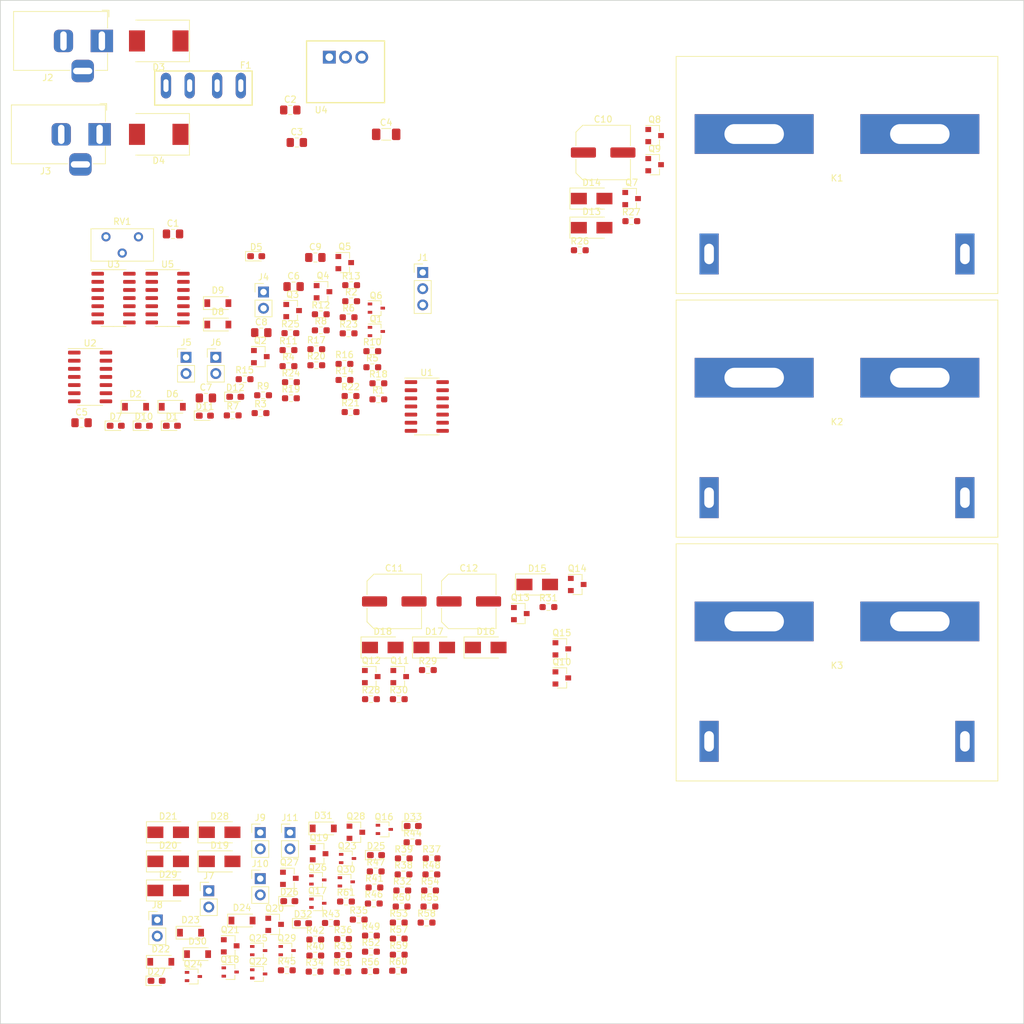
<source format=kicad_pcb>
(kicad_pcb (version 20171130) (host pcbnew "(5.1.7)-1")
  (layers (0 F.Cu signal) (31 B.Cu signal) (34 B.Paste user) (35 F.Paste user) (36 B.SilkS user) (37 F.SilkS user) (38 B.Mask user) (39 F.Mask user) (44 Edge.Cuts user))
  (net 0 "")
  (net 1 GND)
  (net 2 "Net-(C1-Pad1)")
  (net 3 +BATT)
  (net 4 VCC)
  (net 5 "Net-(C5-Pad2)")
  (net 6 pwm)
  (net 7 "Net-(C6-Pad1)")
  (net 8 estop_od)
  (net 9 "Net-(C8-Pad1)")
  (net 10 "Net-(C9-Pad1)")
  (net 11 bat1)
  (net 12 "Net-(D1-Pad1)")
  (net 13 bat2)
  (net 14 "Net-(D3-Pad1)")
  (net 15 "Net-(D7-Pad1)")
  (net 16 control_power_enable)
  (net 17 "Net-(D11-Pad1)")
  (net 18 thruster_power_enable)
  (net 19 "Net-(D12-Pad1)")
  (net 20 "Net-(D13-Pad2)")
  (net 21 "Net-(D14-Pad1)")
  (net 22 "Net-(D16-Pad1)")
  (net 23 "Net-(D18-Pad1)")
  (net 24 "Net-(D19-Pad1)")
  (net 25 "Net-(D20-Pad1)")
  (net 26 "Net-(D21-Pad1)")
  (net 27 "Net-(D22-Pad2)")
  (net 28 "Net-(D22-Pad1)")
  (net 29 "Net-(D23-Pad1)")
  (net 30 "Net-(D24-Pad1)")
  (net 31 "Net-(D25-Pad1)")
  (net 32 "Net-(D26-Pad1)")
  (net 33 "Net-(D27-Pad1)")
  (net 34 "Net-(D28-Pad1)")
  (net 35 "Net-(D29-Pad1)")
  (net 36 "Net-(D30-Pad2)")
  (net 37 "Net-(D31-Pad1)")
  (net 38 "Net-(D33-Pad1)")
  (net 39 "Net-(J2-Pad3)")
  (net 40 "Net-(J5-Pad2)")
  (net 41 "Net-(J6-Pad2)")
  (net 42 "Net-(J7-Pad2)")
  (net 43 "Net-(J7-Pad1)")
  (net 44 "Net-(J8-Pad2)")
  (net 45 "Net-(J8-Pad1)")
  (net 46 "Net-(J9-Pad2)")
  (net 47 "Net-(J9-Pad1)")
  (net 48 "Net-(J10-Pad2)")
  (net 49 "Net-(J10-Pad1)")
  (net 50 "Net-(K1-Pad3)")
  (net 51 "Net-(K1-Pad4)")
  (net 52 "Net-(K2-Pad3)")
  (net 53 "Net-(K2-Pad4)")
  (net 54 "Net-(K3-Pad3)")
  (net 55 "Net-(K3-Pad4)")
  (net 56 "Net-(Q1-Pad1)")
  (net 57 "Net-(Q2-Pad2)")
  (net 58 "Net-(Q2-Pad1)")
  (net 59 "Net-(Q3-Pad2)")
  (net 60 "Net-(Q3-Pad1)")
  (net 61 "Net-(Q6-Pad1)")
  (net 62 "Net-(Q7-Pad2)")
  (net 63 "Net-(Q24-Pad1)")
  (net 64 "Net-(R2-Pad1)")
  (net 65 "Net-(U1-Pad8)")
  (net 66 "Net-(U1-Pad1)")
  (net 67 "Net-(U5-Pad1)")
  (net 68 "Net-(J1-Pad1)")
  (net 69 "Net-(J3-Pad3)")
  (net 70 "Net-(J4-Pad1)")
  (net 71 "Net-(J11-Pad2)")
  (net 72 "Net-(J11-Pad1)")
  (net 73 "Net-(U1-Pad11)")
  (net 74 "Net-(U5-Pad10)")
  (net 75 "Net-(Q23-Pad1)")
  (net 76 "Net-(D5-Pad1)")
  (net 77 "Net-(D15-Pad2)")
  (net 78 "Net-(D17-Pad2)")
  (net 79 "Net-(D23-Pad2)")
  (net 80 "Net-(D24-Pad2)")
  (net 81 "Net-(D30-Pad1)")
  (net 82 "Net-(D31-Pad2)")
  (net 83 "Net-(D32-Pad1)")
  (net 84 /sheet6186E17A/relay_1)
  (net 85 "Net-(Q10-Pad2)")
  (net 86 /sheet6186E17A/relay_2)
  (net 87 "Net-(Q13-Pad2)")
  (net 88 "Net-(Q22-Pad1)")
  (net 89 "Net-(Q29-Pad1)")
  (net 90 "Net-(Q30-Pad1)")
  (net 91 "Net-(R3-Pad1)")
  (net 92 "Net-(U2-Pad8)")
  (net 93 "Net-(D7-Pad2)")
  (net 94 "Net-(D8-Pad2)")
  (net 95 "Net-(D8-Pad1)")
  (net 96 "Net-(D9-Pad2)")
  (net 97 "Net-(D10-Pad1)")
  (net 98 "Net-(R8-Pad2)")
  (net 99 "Net-(R9-Pad2)")
  (net 100 "Net-(U2-Pad4)")
  (module MechRelay:G7EB-1A (layer F.Cu) (at 150.8 123.495)
    (fp_text reference K3 (at 0 0.5) (layer F.SilkS))
    (fp_text value G7EB)
    (pad 3 thru_hole rect (at 12.95 -6.4) (size 18.6 6.2) (drill oval 9.3 3.1) (layers *.Cu *.Mask) (net 54 "Net-(K3-Pad3)"))
    (pad 1 thru_hole rect (at 20 12.35) (size 3 6.4) (drill oval 1.5 3.2) (layers *.Cu *.Mask) (net 78 "Net-(D17-Pad2)"))
    (pad 4 thru_hole rect (at -12.95 -6.4) (size 18.6 6.2) (drill oval 9.3 3.1) (layers *.Cu *.Mask) (net 55 "Net-(K3-Pad4)"))
    (pad 2 thru_hole rect (at -20 12.35) (size 3 6.4) (drill oval 1.5 3.2) (layers *.Cu *.Mask) (net 3 +BATT))
  )
  (module MechRelay:G7EB-1A (layer F.Cu) (at 150.8 85.395)
    (fp_text reference K2 (at 0 0.5) (layer F.SilkS))
    (fp_text value G7EB)
    (pad 3 thru_hole rect (at 12.95 -6.4) (size 18.6 6.2) (drill oval 9.3 3.1) (layers *.Cu *.Mask) (net 52 "Net-(K2-Pad3)"))
    (pad 1 thru_hole rect (at 20 12.35) (size 3 6.4) (drill oval 1.5 3.2) (layers *.Cu *.Mask) (net 77 "Net-(D15-Pad2)"))
    (pad 4 thru_hole rect (at -12.95 -6.4) (size 18.6 6.2) (drill oval 9.3 3.1) (layers *.Cu *.Mask) (net 53 "Net-(K2-Pad4)"))
    (pad 2 thru_hole rect (at -20 12.35) (size 3 6.4) (drill oval 1.5 3.2) (layers *.Cu *.Mask) (net 3 +BATT))
  )
  (module MechRelay:G7EB-1A (layer F.Cu) (at 150.8 47.295)
    (fp_text reference K1 (at 0 0.5) (layer F.SilkS))
    (fp_text value G7EB)
    (pad 3 thru_hole rect (at 12.95 -6.4) (size 18.6 6.2) (drill oval 9.3 3.1) (layers *.Cu *.Mask) (net 50 "Net-(K1-Pad3)"))
    (pad 1 thru_hole rect (at 20 12.35) (size 3 6.4) (drill oval 1.5 3.2) (layers *.Cu *.Mask) (net 20 "Net-(D13-Pad2)"))
    (pad 4 thru_hole rect (at -12.95 -6.4) (size 18.6 6.2) (drill oval 9.3 3.1) (layers *.Cu *.Mask) (net 51 "Net-(K1-Pad4)"))
    (pad 2 thru_hole rect (at -20 12.35) (size 3 6.4) (drill oval 1.5 3.2) (layers *.Cu *.Mask) (net 3 +BATT))
  )
  (module Resistor_SMD:R_0603_1608Metric_Pad0.98x0.95mm_HandSolder (layer F.Cu) (at 105.685 114.85)
    (fp_text reference R31 (at 0 -1.43) (layer F.SilkS))
    (fp_text value 10k)
    (pad 2 smd roundrect (at 0.9125 0) (size 0.975 0.95) (layers F.Cu F.Paste F.Mask) (net 1 GND))
    (pad 1 smd roundrect (at -0.9125 0) (size 0.975 0.95) (layers F.Cu F.Paste F.Mask) (net 23 "Net-(D18-Pad1)"))
  )
  (module Resistor_SMD:R_0603_1608Metric_Pad0.98x0.95mm_HandSolder (layer F.Cu) (at 82.285 129.25)
    (fp_text reference R30 (at 0 -1.43) (layer F.SilkS))
    (fp_text value 47)
    (pad 2 smd roundrect (at 0.9125 0) (size 0.975 0.95) (layers F.Cu F.Paste F.Mask) (net 87 "Net-(Q13-Pad2)"))
    (pad 1 smd roundrect (at -0.9125 0) (size 0.975 0.95) (layers F.Cu F.Paste F.Mask) (net 23 "Net-(D18-Pad1)"))
  )
  (module Resistor_SMD:R_0603_1608Metric_Pad0.98x0.95mm_HandSolder (layer F.Cu) (at 86.835 124.7)
    (fp_text reference R29 (at 0 -1.43) (layer F.SilkS))
    (fp_text value 10k)
    (pad 2 smd roundrect (at 0.9125 0) (size 0.975 0.95) (layers F.Cu F.Paste F.Mask) (net 1 GND))
    (pad 1 smd roundrect (at -0.9125 0) (size 0.975 0.95) (layers F.Cu F.Paste F.Mask) (net 22 "Net-(D16-Pad1)"))
  )
  (module Resistor_SMD:R_0603_1608Metric_Pad0.98x0.95mm_HandSolder (layer F.Cu) (at 77.935 129.25)
    (fp_text reference R28 (at 0 -1.43) (layer F.SilkS))
    (fp_text value 47)
    (pad 2 smd roundrect (at 0.9125 0) (size 0.975 0.95) (layers F.Cu F.Paste F.Mask) (net 85 "Net-(Q10-Pad2)"))
    (pad 1 smd roundrect (at -0.9125 0) (size 0.975 0.95) (layers F.Cu F.Paste F.Mask) (net 22 "Net-(D16-Pad1)"))
  )
  (module Package_TO_SOT_SMD:SOT-23 (layer F.Cu) (at 107.78 121.38)
    (fp_text reference Q15 (at 0 -2.5) (layer F.SilkS))
    (fp_text value Q_NMOS_GSD)
    (pad 3 smd rect (at 1 0) (size 0.9 0.8) (layers F.Cu F.Paste F.Mask) (net 78 "Net-(D17-Pad2)"))
    (pad 2 smd rect (at -1 0.95) (size 0.9 0.8) (layers F.Cu F.Paste F.Mask) (net 1 GND))
    (pad 1 smd rect (at -1 -0.95) (size 0.9 0.8) (layers F.Cu F.Paste F.Mask) (net 23 "Net-(D18-Pad1)"))
  )
  (module Package_TO_SOT_SMD:SOT-23 (layer F.Cu) (at 110.185 111.32)
    (fp_text reference Q14 (at 0 -2.5) (layer F.SilkS))
    (fp_text value BC807)
    (pad 3 smd rect (at 1 0) (size 0.9 0.8) (layers F.Cu F.Paste F.Mask) (net 1 GND))
    (pad 2 smd rect (at -1 0.95) (size 0.9 0.8) (layers F.Cu F.Paste F.Mask) (net 87 "Net-(Q13-Pad2)"))
    (pad 1 smd rect (at -1 -0.95) (size 0.9 0.8) (layers F.Cu F.Paste F.Mask) (net 86 /sheet6186E17A/relay_2))
  )
  (module Package_TO_SOT_SMD:SOT-23 (layer F.Cu) (at 101.285 115.87)
    (fp_text reference Q13 (at 0 -2.5) (layer F.SilkS))
    (fp_text value BC817)
    (pad 3 smd rect (at 1 0) (size 0.9 0.8) (layers F.Cu F.Paste F.Mask) (net 4 VCC))
    (pad 2 smd rect (at -1 0.95) (size 0.9 0.8) (layers F.Cu F.Paste F.Mask) (net 87 "Net-(Q13-Pad2)"))
    (pad 1 smd rect (at -1 -0.95) (size 0.9 0.8) (layers F.Cu F.Paste F.Mask) (net 86 /sheet6186E17A/relay_2))
  )
  (module Package_TO_SOT_SMD:SOT-23 (layer F.Cu) (at 77.985 125.72)
    (fp_text reference Q12 (at 0 -2.5) (layer F.SilkS))
    (fp_text value Q_NMOS_GSD)
    (pad 3 smd rect (at 1 0) (size 0.9 0.8) (layers F.Cu F.Paste F.Mask) (net 77 "Net-(D15-Pad2)"))
    (pad 2 smd rect (at -1 0.95) (size 0.9 0.8) (layers F.Cu F.Paste F.Mask) (net 1 GND))
    (pad 1 smd rect (at -1 -0.95) (size 0.9 0.8) (layers F.Cu F.Paste F.Mask) (net 22 "Net-(D16-Pad1)"))
  )
  (module Package_TO_SOT_SMD:SOT-23 (layer F.Cu) (at 82.435 125.72)
    (fp_text reference Q11 (at 0 -2.5) (layer F.SilkS))
    (fp_text value BC807)
    (pad 3 smd rect (at 1 0) (size 0.9 0.8) (layers F.Cu F.Paste F.Mask) (net 1 GND))
    (pad 2 smd rect (at -1 0.95) (size 0.9 0.8) (layers F.Cu F.Paste F.Mask) (net 85 "Net-(Q10-Pad2)"))
    (pad 1 smd rect (at -1 -0.95) (size 0.9 0.8) (layers F.Cu F.Paste F.Mask) (net 86 /sheet6186E17A/relay_2))
  )
  (module Package_TO_SOT_SMD:SOT-23 (layer F.Cu) (at 107.78 125.93)
    (fp_text reference Q10 (at 0 -2.5) (layer F.SilkS))
    (fp_text value BC817)
    (pad 3 smd rect (at 1 0) (size 0.9 0.8) (layers F.Cu F.Paste F.Mask) (net 4 VCC))
    (pad 2 smd rect (at -1 0.95) (size 0.9 0.8) (layers F.Cu F.Paste F.Mask) (net 85 "Net-(Q10-Pad2)"))
    (pad 1 smd rect (at -1 -0.95) (size 0.9 0.8) (layers F.Cu F.Paste F.Mask) (net 86 /sheet6186E17A/relay_2))
  )
  (module Diode_SMD:D_SMA (layer F.Cu) (at 79.785 121.17)
    (fp_text reference D18 (at 0 -2.5) (layer F.SilkS))
    (fp_text value D_TVS)
    (pad 2 smd rect (at 2 0) (size 2.5 1.8) (layers F.Cu F.Paste F.Mask) (net 1 GND))
    (pad 1 smd rect (at -2 0) (size 2.5 1.8) (layers F.Cu F.Paste F.Mask) (net 23 "Net-(D18-Pad1)"))
  )
  (module Diode_SMD:D_SMA (layer F.Cu) (at 87.835 121.17)
    (fp_text reference D17 (at 0 -2.5) (layer F.SilkS))
    (fp_text value D_Schottky)
    (pad 2 smd rect (at 2 0) (size 2.5 1.8) (layers F.Cu F.Paste F.Mask) (net 78 "Net-(D17-Pad2)"))
    (pad 1 smd rect (at -2 0) (size 2.5 1.8) (layers F.Cu F.Paste F.Mask) (net 3 +BATT))
  )
  (module Diode_SMD:D_SMA (layer F.Cu) (at 95.885 121.17)
    (fp_text reference D16 (at 0 -2.5) (layer F.SilkS))
    (fp_text value D_TVS)
    (pad 2 smd rect (at 2 0) (size 2.5 1.8) (layers F.Cu F.Paste F.Mask) (net 1 GND))
    (pad 1 smd rect (at -2 0) (size 2.5 1.8) (layers F.Cu F.Paste F.Mask) (net 22 "Net-(D16-Pad1)"))
  )
  (module Diode_SMD:D_SMA (layer F.Cu) (at 103.935 111.32)
    (fp_text reference D15 (at 0 -2.5) (layer F.SilkS))
    (fp_text value D_Schottky)
    (pad 2 smd rect (at 2 0) (size 2.5 1.8) (layers F.Cu F.Paste F.Mask) (net 77 "Net-(D15-Pad2)"))
    (pad 1 smd rect (at -2 0) (size 2.5 1.8) (layers F.Cu F.Paste F.Mask) (net 3 +BATT))
  )
  (module Capacitor_SMD:C_Elec_8x5.4 (layer F.Cu) (at 93.235 113.97)
    (fp_text reference C12 (at 0 -5.2) (layer F.SilkS))
    (fp_text value 100u)
    (pad 2 smd roundrect (at 3.0875 0) (size 3.925 1.6) (layers F.Cu F.Paste F.Mask) (roundrect_rratio 0.15625) (net 1 GND))
    (pad 1 smd roundrect (at -3.0875 0) (size 3.925 1.6) (layers F.Cu F.Paste F.Mask) (roundrect_rratio 0.15625) (net 3 +BATT))
  )
  (module Capacitor_SMD:C_Elec_8x5.4 (layer F.Cu) (at 81.585 113.97)
    (fp_text reference C11 (at 0 -5.2) (layer F.SilkS))
    (fp_text value 100u)
    (pad 2 smd roundrect (at 3.0875 0) (size 3.925 1.6) (layers F.Cu F.Paste F.Mask) (roundrect_rratio 0.15625) (net 1 GND))
    (pad 1 smd roundrect (at -3.0875 0) (size 3.925 1.6) (layers F.Cu F.Paste F.Mask) (roundrect_rratio 0.15625) (net 3 +BATT))
  )
  (module Resistor_SMD:R_0603_1608Metric_Pad0.98x0.95mm_HandSolder (layer F.Cu) (at 74.03 160.89)
    (fp_text reference R61 (at 0 -1.43) (layer F.SilkS))
    (fp_text value 47)
    (pad 2 smd roundrect (at 0.9125 0) (size 0.975 0.95) (layers F.Cu F.Paste F.Mask) (net 82 "Net-(D31-Pad2)"))
    (pad 1 smd roundrect (at -0.9125 0) (size 0.975 0.95) (layers F.Cu F.Paste F.Mask) (net 90 "Net-(Q30-Pad1)"))
  )
  (module Resistor_SMD:R_0603_1608Metric_Pad0.98x0.95mm_HandSolder (layer F.Cu) (at 82.18 171.71)
    (fp_text reference R60 (at 0 -1.43) (layer F.SilkS))
    (fp_text value 47)
    (pad 2 smd roundrect (at 0.9125 0) (size 0.975 0.95) (layers F.Cu F.Paste F.Mask) (net 36 "Net-(D30-Pad2)"))
    (pad 1 smd roundrect (at -0.9125 0) (size 0.975 0.95) (layers F.Cu F.Paste F.Mask) (net 89 "Net-(Q29-Pad1)"))
  )
  (module Resistor_SMD:R_0603_1608Metric_Pad0.98x0.95mm_HandSolder (layer F.Cu) (at 82.28 169.2)
    (fp_text reference R59 (at 0 -1.43) (layer F.SilkS))
    (fp_text value 2k)
    (pad 2 smd roundrect (at 0.9125 0) (size 0.975 0.95) (layers F.Cu F.Paste F.Mask) (net 1 GND))
    (pad 1 smd roundrect (at -0.9125 0) (size 0.975 0.95) (layers F.Cu F.Paste F.Mask) (net 38 "Net-(D33-Pad1)"))
  )
  (module Resistor_SMD:R_0603_1608Metric_Pad0.98x0.95mm_HandSolder (layer F.Cu) (at 86.63 164.18)
    (fp_text reference R58 (at 0 -1.43) (layer F.SilkS))
    (fp_text value 2k)
    (pad 2 smd roundrect (at 0.9125 0) (size 0.975 0.95) (layers F.Cu F.Paste F.Mask) (net 1 GND))
    (pad 1 smd roundrect (at -0.9125 0) (size 0.975 0.95) (layers F.Cu F.Paste F.Mask) (net 83 "Net-(D32-Pad1)"))
  )
  (module Resistor_SMD:R_0603_1608Metric_Pad0.98x0.95mm_HandSolder (layer F.Cu) (at 82.28 166.69)
    (fp_text reference R57 (at 0 -1.43) (layer F.SilkS))
    (fp_text value 10k)
    (pad 2 smd roundrect (at 0.9125 0) (size 0.975 0.95) (layers F.Cu F.Paste F.Mask) (net 37 "Net-(D31-Pad1)"))
    (pad 1 smd roundrect (at -0.9125 0) (size 0.975 0.95) (layers F.Cu F.Paste F.Mask) (net 4 VCC))
  )
  (module Resistor_SMD:R_0603_1608Metric_Pad0.98x0.95mm_HandSolder (layer F.Cu) (at 77.83 171.77)
    (fp_text reference R56 (at 0 -1.43) (layer F.SilkS))
    (fp_text value 10k)
    (pad 2 smd roundrect (at 0.9125 0) (size 0.975 0.95) (layers F.Cu F.Paste F.Mask) (net 81 "Net-(D30-Pad1)"))
    (pad 1 smd roundrect (at -0.9125 0) (size 0.975 0.95) (layers F.Cu F.Paste F.Mask) (net 4 VCC))
  )
  (module Resistor_SMD:R_0603_1608Metric_Pad0.98x0.95mm_HandSolder (layer F.Cu) (at 87.08 161.67)
    (fp_text reference R55 (at 0 -1.43) (layer F.SilkS))
    (fp_text value 47)
    (pad 2 smd roundrect (at 0.9125 0) (size 0.975 0.95) (layers F.Cu F.Paste F.Mask) (net 71 "Net-(J11-Pad2)"))
    (pad 1 smd roundrect (at -0.9125 0) (size 0.975 0.95) (layers F.Cu F.Paste F.Mask) (net 35 "Net-(D29-Pad1)"))
  )
  (module Resistor_SMD:R_0603_1608Metric_Pad0.98x0.95mm_HandSolder (layer F.Cu) (at 87.18 159.16)
    (fp_text reference R54 (at 0 -1.43) (layer F.SilkS))
    (fp_text value 47)
    (pad 2 smd roundrect (at 0.9125 0) (size 0.975 0.95) (layers F.Cu F.Paste F.Mask) (net 48 "Net-(J10-Pad2)"))
    (pad 1 smd roundrect (at -0.9125 0) (size 0.975 0.95) (layers F.Cu F.Paste F.Mask) (net 34 "Net-(D28-Pad1)"))
  )
  (module Resistor_SMD:R_0603_1608Metric_Pad0.98x0.95mm_HandSolder (layer F.Cu) (at 82.28 164.18)
    (fp_text reference R53 (at 0 -1.43) (layer F.SilkS))
    (fp_text value 10k)
    (pad 2 smd roundrect (at 0.9125 0) (size 0.975 0.95) (layers F.Cu F.Paste F.Mask) (net 1 GND))
    (pad 1 smd roundrect (at -0.9125 0) (size 0.975 0.95) (layers F.Cu F.Paste F.Mask) (net 71 "Net-(J11-Pad2)"))
  )
  (module Resistor_SMD:R_0603_1608Metric_Pad0.98x0.95mm_HandSolder (layer F.Cu) (at 77.93 168.73)
    (fp_text reference R52 (at 0 -1.43) (layer F.SilkS))
    (fp_text value 1k)
    (pad 2 smd roundrect (at 0.9125 0) (size 0.975 0.95) (layers F.Cu F.Paste F.Mask) (net 72 "Net-(J11-Pad1)"))
    (pad 1 smd roundrect (at -0.9125 0) (size 0.975 0.95) (layers F.Cu F.Paste F.Mask) (net 4 VCC))
  )
  (module Resistor_SMD:R_0603_1608Metric_Pad0.98x0.95mm_HandSolder (layer F.Cu) (at 73.48 171.85)
    (fp_text reference R51 (at 0 -1.43) (layer F.SilkS))
    (fp_text value 10k)
    (pad 2 smd roundrect (at 0.9125 0) (size 0.975 0.95) (layers F.Cu F.Paste F.Mask) (net 1 GND))
    (pad 1 smd roundrect (at -0.9125 0) (size 0.975 0.95) (layers F.Cu F.Paste F.Mask) (net 48 "Net-(J10-Pad2)"))
  )
  (module Resistor_SMD:R_0603_1608Metric_Pad0.98x0.95mm_HandSolder (layer F.Cu) (at 82.73 161.67)
    (fp_text reference R50 (at 0 -1.43) (layer F.SilkS))
    (fp_text value 1k)
    (pad 2 smd roundrect (at 0.9125 0) (size 0.975 0.95) (layers F.Cu F.Paste F.Mask) (net 49 "Net-(J10-Pad1)"))
    (pad 1 smd roundrect (at -0.9125 0) (size 0.975 0.95) (layers F.Cu F.Paste F.Mask) (net 4 VCC))
  )
  (module Resistor_SMD:R_0603_1608Metric_Pad0.98x0.95mm_HandSolder (layer F.Cu) (at 77.93 166.22)
    (fp_text reference R49 (at 0 -1.43) (layer F.SilkS))
    (fp_text value 47)
    (pad 2 smd roundrect (at 0.9125 0) (size 0.975 0.95) (layers F.Cu F.Paste F.Mask) (net 80 "Net-(D24-Pad2)"))
    (pad 1 smd roundrect (at -0.9125 0) (size 0.975 0.95) (layers F.Cu F.Paste F.Mask) (net 63 "Net-(Q24-Pad1)"))
  )
  (module Resistor_SMD:R_0603_1608Metric_Pad0.98x0.95mm_HandSolder (layer F.Cu) (at 87.38 156.65)
    (fp_text reference R48 (at 0 -1.43) (layer F.SilkS))
    (fp_text value 47)
    (pad 2 smd roundrect (at 0.9125 0) (size 0.975 0.95) (layers F.Cu F.Paste F.Mask) (net 79 "Net-(D23-Pad2)"))
    (pad 1 smd roundrect (at -0.9125 0) (size 0.975 0.95) (layers F.Cu F.Paste F.Mask) (net 75 "Net-(Q23-Pad1)"))
  )
  (module Resistor_SMD:R_0603_1608Metric_Pad0.98x0.95mm_HandSolder (layer F.Cu) (at 78.68 156.18)
    (fp_text reference R47 (at 0 -1.43) (layer F.SilkS))
    (fp_text value 47)
    (pad 2 smd roundrect (at 0.9125 0) (size 0.975 0.95) (layers F.Cu F.Paste F.Mask) (net 27 "Net-(D22-Pad2)"))
    (pad 1 smd roundrect (at -0.9125 0) (size 0.975 0.95) (layers F.Cu F.Paste F.Mask) (net 88 "Net-(Q22-Pad1)"))
  )
  (module Resistor_SMD:R_0603_1608Metric_Pad0.98x0.95mm_HandSolder (layer F.Cu) (at 78.38 161.2)
    (fp_text reference R46 (at 0 -1.43) (layer F.SilkS))
    (fp_text value 2k)
    (pad 2 smd roundrect (at 0.9125 0) (size 0.975 0.95) (layers F.Cu F.Paste F.Mask) (net 1 GND))
    (pad 1 smd roundrect (at -0.9125 0) (size 0.975 0.95) (layers F.Cu F.Paste F.Mask) (net 33 "Net-(D27-Pad1)"))
  )
  (module Resistor_SMD:R_0603_1608Metric_Pad0.98x0.95mm_HandSolder (layer F.Cu) (at 64.78 171.64)
    (fp_text reference R45 (at 0 -1.43) (layer F.SilkS))
    (fp_text value 2k)
    (pad 2 smd roundrect (at 0.9125 0) (size 0.975 0.95) (layers F.Cu F.Paste F.Mask) (net 1 GND))
    (pad 1 smd roundrect (at -0.9125 0) (size 0.975 0.95) (layers F.Cu F.Paste F.Mask) (net 32 "Net-(D26-Pad1)"))
  )
  (module Resistor_SMD:R_0603_1608Metric_Pad0.98x0.95mm_HandSolder (layer F.Cu) (at 84.43 151.63)
    (fp_text reference R44 (at 0 -1.43) (layer F.SilkS))
    (fp_text value 2k)
    (pad 2 smd roundrect (at 0.9125 0) (size 0.975 0.95) (layers F.Cu F.Paste F.Mask) (net 1 GND))
    (pad 1 smd roundrect (at -0.9125 0) (size 0.975 0.95) (layers F.Cu F.Paste F.Mask) (net 31 "Net-(D25-Pad1)"))
  )
  (module Resistor_SMD:R_0603_1608Metric_Pad0.98x0.95mm_HandSolder (layer F.Cu) (at 71.67 164.24)
    (fp_text reference R43 (at 0 -1.43) (layer F.SilkS))
    (fp_text value 10k)
    (pad 2 smd roundrect (at 0.9125 0) (size 0.975 0.95) (layers F.Cu F.Paste F.Mask) (net 30 "Net-(D24-Pad1)"))
    (pad 1 smd roundrect (at -0.9125 0) (size 0.975 0.95) (layers F.Cu F.Paste F.Mask) (net 4 VCC))
  )
  (module Resistor_SMD:R_0603_1608Metric_Pad0.98x0.95mm_HandSolder (layer F.Cu) (at 69.23 166.83)
    (fp_text reference R42 (at 0 -1.43) (layer F.SilkS))
    (fp_text value 10k)
    (pad 2 smd roundrect (at 0.9125 0) (size 0.975 0.95) (layers F.Cu F.Paste F.Mask) (net 29 "Net-(D23-Pad1)"))
    (pad 1 smd roundrect (at -0.9125 0) (size 0.975 0.95) (layers F.Cu F.Paste F.Mask) (net 4 VCC))
  )
  (module Resistor_SMD:R_0603_1608Metric_Pad0.98x0.95mm_HandSolder (layer F.Cu) (at 78.48 158.69)
    (fp_text reference R41 (at 0 -1.43) (layer F.SilkS))
    (fp_text value 10k)
    (pad 2 smd roundrect (at 0.9125 0) (size 0.975 0.95) (layers F.Cu F.Paste F.Mask) (net 28 "Net-(D22-Pad1)"))
    (pad 1 smd roundrect (at -0.9125 0) (size 0.975 0.95) (layers F.Cu F.Paste F.Mask) (net 4 VCC))
  )
  (module Resistor_SMD:R_0603_1608Metric_Pad0.98x0.95mm_HandSolder (layer F.Cu) (at 69.23 169.34)
    (fp_text reference R40 (at 0 -1.43) (layer F.SilkS))
    (fp_text value 47)
    (pad 2 smd roundrect (at 0.9125 0) (size 0.975 0.95) (layers F.Cu F.Paste F.Mask) (net 46 "Net-(J9-Pad2)"))
    (pad 1 smd roundrect (at -0.9125 0) (size 0.975 0.95) (layers F.Cu F.Paste F.Mask) (net 26 "Net-(D21-Pad1)"))
  )
  (module Resistor_SMD:R_0603_1608Metric_Pad0.98x0.95mm_HandSolder (layer F.Cu) (at 83.07 154.14)
    (fp_text reference R39 (at 0 -1.43) (layer F.SilkS))
    (fp_text value 47)
    (pad 2 smd roundrect (at 0.9125 0) (size 0.975 0.95) (layers F.Cu F.Paste F.Mask) (net 44 "Net-(J8-Pad2)"))
    (pad 1 smd roundrect (at -0.9125 0) (size 0.975 0.95) (layers F.Cu F.Paste F.Mask) (net 25 "Net-(D20-Pad1)"))
  )
  (module Resistor_SMD:R_0603_1608Metric_Pad0.98x0.95mm_HandSolder (layer F.Cu) (at 83.03 156.65)
    (fp_text reference R38 (at 0 -1.43) (layer F.SilkS))
    (fp_text value 47)
    (pad 2 smd roundrect (at 0.9125 0) (size 0.975 0.95) (layers F.Cu F.Paste F.Mask) (net 42 "Net-(J7-Pad2)"))
    (pad 1 smd roundrect (at -0.9125 0) (size 0.975 0.95) (layers F.Cu F.Paste F.Mask) (net 24 "Net-(D19-Pad1)"))
  )
  (module Resistor_SMD:R_0603_1608Metric_Pad0.98x0.95mm_HandSolder (layer F.Cu) (at 87.42 154.14)
    (fp_text reference R37 (at 0 -1.43) (layer F.SilkS))
    (fp_text value 10k)
    (pad 2 smd roundrect (at 0.9125 0) (size 0.975 0.95) (layers F.Cu F.Paste F.Mask) (net 1 GND))
    (pad 1 smd roundrect (at -0.9125 0) (size 0.975 0.95) (layers F.Cu F.Paste F.Mask) (net 46 "Net-(J9-Pad2)"))
  )
  (module Resistor_SMD:R_0603_1608Metric_Pad0.98x0.95mm_HandSolder (layer F.Cu) (at 73.58 166.75)
    (fp_text reference R36 (at 0 -1.43) (layer F.SilkS))
    (fp_text value 1k)
    (pad 2 smd roundrect (at 0.9125 0) (size 0.975 0.95) (layers F.Cu F.Paste F.Mask) (net 47 "Net-(J9-Pad1)"))
    (pad 1 smd roundrect (at -0.9125 0) (size 0.975 0.95) (layers F.Cu F.Paste F.Mask) (net 4 VCC))
  )
  (module Resistor_SMD:R_0603_1608Metric_Pad0.98x0.95mm_HandSolder (layer F.Cu) (at 76.02 163.71)
    (fp_text reference R35 (at 0 -1.43) (layer F.SilkS))
    (fp_text value 10k)
    (pad 2 smd roundrect (at 0.9125 0) (size 0.975 0.95) (layers F.Cu F.Paste F.Mask) (net 1 GND))
    (pad 1 smd roundrect (at -0.9125 0) (size 0.975 0.95) (layers F.Cu F.Paste F.Mask) (net 44 "Net-(J8-Pad2)"))
  )
  (module Resistor_SMD:R_0603_1608Metric_Pad0.98x0.95mm_HandSolder (layer F.Cu) (at 69.13 171.85)
    (fp_text reference R34 (at 0 -1.43) (layer F.SilkS))
    (fp_text value 1k)
    (pad 2 smd roundrect (at 0.9125 0) (size 0.975 0.95) (layers F.Cu F.Paste F.Mask) (net 45 "Net-(J8-Pad1)"))
    (pad 1 smd roundrect (at -0.9125 0) (size 0.975 0.95) (layers F.Cu F.Paste F.Mask) (net 4 VCC))
  )
  (module Resistor_SMD:R_0603_1608Metric_Pad0.98x0.95mm_HandSolder (layer F.Cu) (at 73.58 169.26)
    (fp_text reference R33 (at 0 -1.43) (layer F.SilkS))
    (fp_text value 10k)
    (pad 2 smd roundrect (at 0.9125 0) (size 0.975 0.95) (layers F.Cu F.Paste F.Mask) (net 1 GND))
    (pad 1 smd roundrect (at -0.9125 0) (size 0.975 0.95) (layers F.Cu F.Paste F.Mask) (net 42 "Net-(J7-Pad2)"))
  )
  (module Resistor_SMD:R_0603_1608Metric_Pad0.98x0.95mm_HandSolder (layer F.Cu) (at 82.83 159.16)
    (fp_text reference R32 (at 0 -1.43) (layer F.SilkS))
    (fp_text value 1k)
    (pad 2 smd roundrect (at 0.9125 0) (size 0.975 0.95) (layers F.Cu F.Paste F.Mask) (net 43 "Net-(J7-Pad1)"))
    (pad 1 smd roundrect (at -0.9125 0) (size 0.975 0.95) (layers F.Cu F.Paste F.Mask) (net 4 VCC))
  )
  (module Package_TO_SOT_SMD:SOT-323_SC-70 (layer F.Cu) (at 74.08 157.81)
    (fp_text reference Q30 (at -0.05 -1.95) (layer F.SilkS))
    (fp_text value Q_NMOS_GSD)
    (pad 3 smd rect (at 1 0 270) (size 0.45 0.7) (layers F.Cu F.Paste F.Mask) (net 8 estop_od))
    (pad 2 smd rect (at -1 0.65 270) (size 0.45 0.7) (layers F.Cu F.Paste F.Mask) (net 1 GND))
    (pad 1 smd rect (at -1 -0.65 270) (size 0.45 0.7) (layers F.Cu F.Paste F.Mask) (net 90 "Net-(Q30-Pad1)"))
  )
  (module Package_TO_SOT_SMD:SOT-323_SC-70 (layer F.Cu) (at 64.83 168.56)
    (fp_text reference Q29 (at -0.05 -1.95) (layer F.SilkS))
    (fp_text value Q_NMOS_GSD)
    (pad 3 smd rect (at 1 0 270) (size 0.45 0.7) (layers F.Cu F.Paste F.Mask) (net 8 estop_od))
    (pad 2 smd rect (at -1 0.65 270) (size 0.45 0.7) (layers F.Cu F.Paste F.Mask) (net 1 GND))
    (pad 1 smd rect (at -1 -0.65 270) (size 0.45 0.7) (layers F.Cu F.Paste F.Mask) (net 89 "Net-(Q29-Pad1)"))
  )
  (module Package_TO_SOT_SMD:SOT-23 (layer F.Cu) (at 75.58 150.06)
    (fp_text reference Q28 (at 0 -2.5) (layer F.SilkS))
    (fp_text value BC817)
    (pad 3 smd rect (at 1 0) (size 0.9 0.8) (layers F.Cu F.Paste F.Mask) (net 4 VCC))
    (pad 2 smd rect (at -1 0.95) (size 0.9 0.8) (layers F.Cu F.Paste F.Mask) (net 82 "Net-(D31-Pad2)"))
    (pad 1 smd rect (at -1 -0.95) (size 0.9 0.8) (layers F.Cu F.Paste F.Mask) (net 37 "Net-(D31-Pad1)"))
  )
  (module Package_TO_SOT_SMD:SOT-23 (layer F.Cu) (at 65.18 157.26)
    (fp_text reference Q27 (at 0 -2.5) (layer F.SilkS))
    (fp_text value BC817)
    (pad 3 smd rect (at 1 0) (size 0.9 0.8) (layers F.Cu F.Paste F.Mask) (net 4 VCC))
    (pad 2 smd rect (at -1 0.95) (size 0.9 0.8) (layers F.Cu F.Paste F.Mask) (net 36 "Net-(D30-Pad2)"))
    (pad 1 smd rect (at -1 -0.95) (size 0.9 0.8) (layers F.Cu F.Paste F.Mask) (net 81 "Net-(D30-Pad1)"))
  )
  (module Package_TO_SOT_SMD:SOT-323_SC-70 (layer F.Cu) (at 69.63 157.51)
    (fp_text reference Q26 (at -0.05 -1.95) (layer F.SilkS))
    (fp_text value Q_NMOS_GSD)
    (pad 3 smd rect (at 1 0 270) (size 0.45 0.7) (layers F.Cu F.Paste F.Mask) (net 37 "Net-(D31-Pad1)"))
    (pad 2 smd rect (at -1 0.65 270) (size 0.45 0.7) (layers F.Cu F.Paste F.Mask) (net 1 GND))
    (pad 1 smd rect (at -1 -0.65 270) (size 0.45 0.7) (layers F.Cu F.Paste F.Mask) (net 35 "Net-(D29-Pad1)"))
  )
  (module Package_TO_SOT_SMD:SOT-323_SC-70 (layer F.Cu) (at 60.38 168.56)
    (fp_text reference Q25 (at -0.05 -1.95) (layer F.SilkS))
    (fp_text value Q_NMOS_GSD)
    (pad 3 smd rect (at 1 0 270) (size 0.45 0.7) (layers F.Cu F.Paste F.Mask) (net 81 "Net-(D30-Pad1)"))
    (pad 2 smd rect (at -1 0.65 270) (size 0.45 0.7) (layers F.Cu F.Paste F.Mask) (net 1 GND))
    (pad 1 smd rect (at -1 -0.65 270) (size 0.45 0.7) (layers F.Cu F.Paste F.Mask) (net 34 "Net-(D28-Pad1)"))
  )
  (module Package_TO_SOT_SMD:SOT-323_SC-70 (layer F.Cu) (at 50.18 172.61)
    (fp_text reference Q24 (at -0.05 -1.95) (layer F.SilkS))
    (fp_text value Q_NMOS_GSD)
    (pad 3 smd rect (at 1 0 270) (size 0.45 0.7) (layers F.Cu F.Paste F.Mask) (net 8 estop_od))
    (pad 2 smd rect (at -1 0.65 270) (size 0.45 0.7) (layers F.Cu F.Paste F.Mask) (net 1 GND))
    (pad 1 smd rect (at -1 -0.65 270) (size 0.45 0.7) (layers F.Cu F.Paste F.Mask) (net 63 "Net-(Q24-Pad1)"))
  )
  (module Package_TO_SOT_SMD:SOT-323_SC-70 (layer F.Cu) (at 74.28 154.16)
    (fp_text reference Q23 (at -0.05 -1.95) (layer F.SilkS))
    (fp_text value Q_NMOS_GSD)
    (pad 3 smd rect (at 1 0 270) (size 0.45 0.7) (layers F.Cu F.Paste F.Mask) (net 8 estop_od))
    (pad 2 smd rect (at -1 0.65 270) (size 0.45 0.7) (layers F.Cu F.Paste F.Mask) (net 1 GND))
    (pad 1 smd rect (at -1 -0.65 270) (size 0.45 0.7) (layers F.Cu F.Paste F.Mask) (net 75 "Net-(Q23-Pad1)"))
  )
  (module Package_TO_SOT_SMD:SOT-323_SC-70 (layer F.Cu) (at 60.38 172.21)
    (fp_text reference Q22 (at -0.05 -1.95) (layer F.SilkS))
    (fp_text value Q_NMOS_GSD)
    (pad 3 smd rect (at 1 0 270) (size 0.45 0.7) (layers F.Cu F.Paste F.Mask) (net 8 estop_od))
    (pad 2 smd rect (at -1 0.65 270) (size 0.45 0.7) (layers F.Cu F.Paste F.Mask) (net 1 GND))
    (pad 1 smd rect (at -1 -0.65 270) (size 0.45 0.7) (layers F.Cu F.Paste F.Mask) (net 88 "Net-(Q22-Pad1)"))
  )
  (module Package_TO_SOT_SMD:SOT-23 (layer F.Cu) (at 55.93 167.81)
    (fp_text reference Q21 (at 0 -2.5) (layer F.SilkS))
    (fp_text value BC817)
    (pad 3 smd rect (at 1 0) (size 0.9 0.8) (layers F.Cu F.Paste F.Mask) (net 4 VCC))
    (pad 2 smd rect (at -1 0.95) (size 0.9 0.8) (layers F.Cu F.Paste F.Mask) (net 80 "Net-(D24-Pad2)"))
    (pad 1 smd rect (at -1 -0.95) (size 0.9 0.8) (layers F.Cu F.Paste F.Mask) (net 30 "Net-(D24-Pad1)"))
  )
  (module Package_TO_SOT_SMD:SOT-23 (layer F.Cu) (at 62.88 164.46)
    (fp_text reference Q20 (at 0 -2.5) (layer F.SilkS))
    (fp_text value BC817)
    (pad 3 smd rect (at 1 0) (size 0.9 0.8) (layers F.Cu F.Paste F.Mask) (net 4 VCC))
    (pad 2 smd rect (at -1 0.95) (size 0.9 0.8) (layers F.Cu F.Paste F.Mask) (net 79 "Net-(D23-Pad2)"))
    (pad 1 smd rect (at -1 -0.95) (size 0.9 0.8) (layers F.Cu F.Paste F.Mask) (net 29 "Net-(D23-Pad1)"))
  )
  (module Package_TO_SOT_SMD:SOT-23 (layer F.Cu) (at 69.83 153.41)
    (fp_text reference Q19 (at 0 -2.5) (layer F.SilkS))
    (fp_text value BC817)
    (pad 3 smd rect (at 1 0) (size 0.9 0.8) (layers F.Cu F.Paste F.Mask) (net 4 VCC))
    (pad 2 smd rect (at -1 0.95) (size 0.9 0.8) (layers F.Cu F.Paste F.Mask) (net 27 "Net-(D22-Pad2)"))
    (pad 1 smd rect (at -1 -0.95) (size 0.9 0.8) (layers F.Cu F.Paste F.Mask) (net 28 "Net-(D22-Pad1)"))
  )
  (module Package_TO_SOT_SMD:SOT-323_SC-70 (layer F.Cu) (at 55.93 171.91)
    (fp_text reference Q18 (at -0.05 -1.95) (layer F.SilkS))
    (fp_text value Q_NMOS_GSD)
    (pad 3 smd rect (at 1 0 270) (size 0.45 0.7) (layers F.Cu F.Paste F.Mask) (net 30 "Net-(D24-Pad1)"))
    (pad 2 smd rect (at -1 0.65 270) (size 0.45 0.7) (layers F.Cu F.Paste F.Mask) (net 1 GND))
    (pad 1 smd rect (at -1 -0.65 270) (size 0.45 0.7) (layers F.Cu F.Paste F.Mask) (net 26 "Net-(D21-Pad1)"))
  )
  (module Package_TO_SOT_SMD:SOT-323_SC-70 (layer F.Cu) (at 69.63 161.16)
    (fp_text reference Q17 (at -0.05 -1.95) (layer F.SilkS))
    (fp_text value Q_NMOS_GSD)
    (pad 3 smd rect (at 1 0 270) (size 0.45 0.7) (layers F.Cu F.Paste F.Mask) (net 29 "Net-(D23-Pad1)"))
    (pad 2 smd rect (at -1 0.65 270) (size 0.45 0.7) (layers F.Cu F.Paste F.Mask) (net 1 GND))
    (pad 1 smd rect (at -1 -0.65 270) (size 0.45 0.7) (layers F.Cu F.Paste F.Mask) (net 25 "Net-(D20-Pad1)"))
  )
  (module Package_TO_SOT_SMD:SOT-323_SC-70 (layer F.Cu) (at 80.03 149.61)
    (fp_text reference Q16 (at -0.05 -1.95) (layer F.SilkS))
    (fp_text value Q_NMOS_GSD)
    (pad 3 smd rect (at 1 0 270) (size 0.45 0.7) (layers F.Cu F.Paste F.Mask) (net 28 "Net-(D22-Pad1)"))
    (pad 2 smd rect (at -1 0.65 270) (size 0.45 0.7) (layers F.Cu F.Paste F.Mask) (net 1 GND))
    (pad 1 smd rect (at -1 -0.65 270) (size 0.45 0.7) (layers F.Cu F.Paste F.Mask) (net 24 "Net-(D19-Pad1)"))
  )
  (module Connector_PinHeader_2.54mm:PinHeader_1x02_P2.54mm_Vertical (layer F.Cu) (at 65.28 150.11)
    (fp_text reference J11 (at 0 -2.33) (layer F.SilkS))
    (fp_text value Conn_01x02)
    (pad 2 thru_hole oval (at 0 2.54) (size 1.7 1.7) (drill 1) (layers *.Cu *.Mask) (net 71 "Net-(J11-Pad2)"))
    (pad 1 thru_hole rect (at 0 0) (size 1.7 1.7) (drill 1) (layers *.Cu *.Mask) (net 72 "Net-(J11-Pad1)"))
  )
  (module Connector_PinHeader_2.54mm:PinHeader_1x02_P2.54mm_Vertical (layer F.Cu) (at 60.63 157.31)
    (fp_text reference J10 (at 0 -2.33) (layer F.SilkS))
    (fp_text value Conn_01x02)
    (pad 2 thru_hole oval (at 0 2.54) (size 1.7 1.7) (drill 1) (layers *.Cu *.Mask) (net 48 "Net-(J10-Pad2)"))
    (pad 1 thru_hole rect (at 0 0) (size 1.7 1.7) (drill 1) (layers *.Cu *.Mask) (net 49 "Net-(J10-Pad1)"))
  )
  (module Connector_PinHeader_2.54mm:PinHeader_1x02_P2.54mm_Vertical (layer F.Cu) (at 60.63 150.11)
    (fp_text reference J9 (at 0 -2.33) (layer F.SilkS))
    (fp_text value Conn_01x02)
    (pad 2 thru_hole oval (at 0 2.54) (size 1.7 1.7) (drill 1) (layers *.Cu *.Mask) (net 46 "Net-(J9-Pad2)"))
    (pad 1 thru_hole rect (at 0 0) (size 1.7 1.7) (drill 1) (layers *.Cu *.Mask) (net 47 "Net-(J9-Pad1)"))
  )
  (module Connector_PinHeader_2.54mm:PinHeader_1x02_P2.54mm_Vertical (layer F.Cu) (at 44.53 163.76)
    (fp_text reference J8 (at 0 -2.33) (layer F.SilkS))
    (fp_text value Conn_01x02)
    (pad 2 thru_hole oval (at 0 2.54) (size 1.7 1.7) (drill 1) (layers *.Cu *.Mask) (net 44 "Net-(J8-Pad2)"))
    (pad 1 thru_hole rect (at 0 0) (size 1.7 1.7) (drill 1) (layers *.Cu *.Mask) (net 45 "Net-(J8-Pad1)"))
  )
  (module Connector_PinHeader_2.54mm:PinHeader_1x02_P2.54mm_Vertical (layer F.Cu) (at 52.58 159.21)
    (fp_text reference J7 (at 0 -2.33) (layer F.SilkS))
    (fp_text value Conn_01x02)
    (pad 2 thru_hole oval (at 0 2.54) (size 1.7 1.7) (drill 1) (layers *.Cu *.Mask) (net 42 "Net-(J7-Pad2)"))
    (pad 1 thru_hole rect (at 0 0) (size 1.7 1.7) (drill 1) (layers *.Cu *.Mask) (net 43 "Net-(J7-Pad1)"))
  )
  (module LED_SMD:LED_0603_1608Metric_Pad1.05x0.95mm_HandSolder (layer F.Cu) (at 84.475 149.08)
    (fp_text reference D33 (at 0 -1.43) (layer F.SilkS))
    (fp_text value LED)
    (pad 2 smd roundrect (at 0.875 0) (size 1.05 0.95) (layers F.Cu F.Paste F.Mask) (net 82 "Net-(D31-Pad2)"))
    (pad 1 smd roundrect (at -0.875 0) (size 1.05 0.95) (layers F.Cu F.Paste F.Mask) (net 38 "Net-(D33-Pad1)"))
  )
  (module LED_SMD:LED_0603_1608Metric_Pad1.05x0.95mm_HandSolder (layer F.Cu) (at 67.325 164.28)
    (fp_text reference D32 (at 0 -1.43) (layer F.SilkS))
    (fp_text value LED)
    (pad 2 smd roundrect (at 0.875 0) (size 1.05 0.95) (layers F.Cu F.Paste F.Mask) (net 36 "Net-(D30-Pad2)"))
    (pad 1 smd roundrect (at -0.875 0) (size 1.05 0.95) (layers F.Cu F.Paste F.Mask) (net 83 "Net-(D32-Pad1)"))
  )
  (module Diode_SMD:D_SOD-123 (layer F.Cu) (at 70.48 149.46)
    (fp_text reference D31 (at 0 -2) (layer F.SilkS))
    (fp_text value D)
    (pad 2 smd rect (at 1.65 0) (size 0.9 1.2) (layers F.Cu F.Paste F.Mask) (net 82 "Net-(D31-Pad2)"))
    (pad 1 smd rect (at -1.65 0) (size 0.9 1.2) (layers F.Cu F.Paste F.Mask) (net 37 "Net-(D31-Pad1)"))
  )
  (module Diode_SMD:D_SOD-123 (layer F.Cu) (at 50.83 169.11)
    (fp_text reference D30 (at 0 -2) (layer F.SilkS))
    (fp_text value D)
    (pad 2 smd rect (at 1.65 0) (size 0.9 1.2) (layers F.Cu F.Paste F.Mask) (net 36 "Net-(D30-Pad2)"))
    (pad 1 smd rect (at -1.65 0) (size 0.9 1.2) (layers F.Cu F.Paste F.Mask) (net 81 "Net-(D30-Pad1)"))
  )
  (module Diode_SMD:D_SMA (layer F.Cu) (at 46.23 159.16)
    (fp_text reference D29 (at 0 -2.5) (layer F.SilkS))
    (fp_text value D_TVS)
    (pad 2 smd rect (at 2 0) (size 2.5 1.8) (layers F.Cu F.Paste F.Mask) (net 1 GND))
    (pad 1 smd rect (at -2 0) (size 2.5 1.8) (layers F.Cu F.Paste F.Mask) (net 35 "Net-(D29-Pad1)"))
  )
  (module Diode_SMD:D_SMA (layer F.Cu) (at 54.28 150.06)
    (fp_text reference D28 (at 0 -2.5) (layer F.SilkS))
    (fp_text value D_TVS)
    (pad 2 smd rect (at 2 0) (size 2.5 1.8) (layers F.Cu F.Paste F.Mask) (net 1 GND))
    (pad 1 smd rect (at -2 0) (size 2.5 1.8) (layers F.Cu F.Paste F.Mask) (net 34 "Net-(D28-Pad1)"))
  )
  (module LED_SMD:LED_0603_1608Metric_Pad1.05x0.95mm_HandSolder (layer F.Cu) (at 44.425 173.28)
    (fp_text reference D27 (at 0 -1.43) (layer F.SilkS))
    (fp_text value LED)
    (pad 2 smd roundrect (at 0.875 0) (size 1.05 0.95) (layers F.Cu F.Paste F.Mask) (net 80 "Net-(D24-Pad2)"))
    (pad 1 smd roundrect (at -0.875 0) (size 1.05 0.95) (layers F.Cu F.Paste F.Mask) (net 33 "Net-(D27-Pad1)"))
  )
  (module LED_SMD:LED_0603_1608Metric_Pad1.05x0.95mm_HandSolder (layer F.Cu) (at 65.175 160.83)
    (fp_text reference D26 (at 0 -1.43) (layer F.SilkS))
    (fp_text value LED)
    (pad 2 smd roundrect (at 0.875 0) (size 1.05 0.95) (layers F.Cu F.Paste F.Mask) (net 79 "Net-(D23-Pad2)"))
    (pad 1 smd roundrect (at -0.875 0) (size 1.05 0.95) (layers F.Cu F.Paste F.Mask) (net 32 "Net-(D26-Pad1)"))
  )
  (module LED_SMD:LED_0603_1608Metric_Pad1.05x0.95mm_HandSolder (layer F.Cu) (at 78.725 153.63)
    (fp_text reference D25 (at 0 -1.43) (layer F.SilkS))
    (fp_text value LED)
    (pad 2 smd roundrect (at 0.875 0) (size 1.05 0.95) (layers F.Cu F.Paste F.Mask) (net 27 "Net-(D22-Pad2)"))
    (pad 1 smd roundrect (at -0.875 0) (size 1.05 0.95) (layers F.Cu F.Paste F.Mask) (net 31 "Net-(D25-Pad1)"))
  )
  (module Diode_SMD:D_SOD-123 (layer F.Cu) (at 57.78 163.86)
    (fp_text reference D24 (at 0 -2) (layer F.SilkS))
    (fp_text value D)
    (pad 2 smd rect (at 1.65 0) (size 0.9 1.2) (layers F.Cu F.Paste F.Mask) (net 80 "Net-(D24-Pad2)"))
    (pad 1 smd rect (at -1.65 0) (size 0.9 1.2) (layers F.Cu F.Paste F.Mask) (net 30 "Net-(D24-Pad1)"))
  )
  (module Diode_SMD:D_SOD-123 (layer F.Cu) (at 49.73 165.76)
    (fp_text reference D23 (at 0 -2) (layer F.SilkS))
    (fp_text value D)
    (pad 2 smd rect (at 1.65 0) (size 0.9 1.2) (layers F.Cu F.Paste F.Mask) (net 79 "Net-(D23-Pad2)"))
    (pad 1 smd rect (at -1.65 0) (size 0.9 1.2) (layers F.Cu F.Paste F.Mask) (net 29 "Net-(D23-Pad1)"))
  )
  (module Diode_SMD:D_SOD-123 (layer F.Cu) (at 45.08 170.31)
    (fp_text reference D22 (at 0 -2) (layer F.SilkS))
    (fp_text value D)
    (pad 2 smd rect (at 1.65 0) (size 0.9 1.2) (layers F.Cu F.Paste F.Mask) (net 27 "Net-(D22-Pad2)"))
    (pad 1 smd rect (at -1.65 0) (size 0.9 1.2) (layers F.Cu F.Paste F.Mask) (net 28 "Net-(D22-Pad1)"))
  )
  (module Diode_SMD:D_SMA (layer F.Cu) (at 46.23 150.06)
    (fp_text reference D21 (at 0 -2.5) (layer F.SilkS))
    (fp_text value D_TVS)
    (pad 2 smd rect (at 2 0) (size 2.5 1.8) (layers F.Cu F.Paste F.Mask) (net 1 GND))
    (pad 1 smd rect (at -2 0) (size 2.5 1.8) (layers F.Cu F.Paste F.Mask) (net 26 "Net-(D21-Pad1)"))
  )
  (module Diode_SMD:D_SMA (layer F.Cu) (at 46.23 154.61)
    (fp_text reference D20 (at 0 -2.5) (layer F.SilkS))
    (fp_text value D_TVS)
    (pad 2 smd rect (at 2 0) (size 2.5 1.8) (layers F.Cu F.Paste F.Mask) (net 1 GND))
    (pad 1 smd rect (at -2 0) (size 2.5 1.8) (layers F.Cu F.Paste F.Mask) (net 25 "Net-(D20-Pad1)"))
  )
  (module Diode_SMD:D_SMA (layer F.Cu) (at 54.28 154.61)
    (fp_text reference D19 (at 0 -2.5) (layer F.SilkS))
    (fp_text value D_TVS)
    (pad 2 smd rect (at 2 0) (size 2.5 1.8) (layers F.Cu F.Paste F.Mask) (net 1 GND))
    (pad 1 smd rect (at -2 0) (size 2.5 1.8) (layers F.Cu F.Paste F.Mask) (net 24 "Net-(D19-Pad1)"))
  )
  (module Connector_PinHeader_2.54mm:PinHeader_1x03_P2.54mm_Vertical (layer F.Cu) (at 86.03 62.535)
    (fp_text reference J1 (at 0 -2.33) (layer F.SilkS))
    (fp_text value Conn_01x03)
    (pad 3 thru_hole oval (at 0 5.08) (size 1.7 1.7) (drill 1) (layers *.Cu *.Mask) (net 1 GND))
    (pad 2 thru_hole oval (at 0 2.54) (size 1.7 1.7) (drill 1) (layers *.Cu *.Mask) (net 4 VCC))
    (pad 1 thru_hole rect (at 0 0) (size 1.7 1.7) (drill 1) (layers *.Cu *.Mask) (net 68 "Net-(J1-Pad1)"))
  )
  (module Diode_SMD:D_SMC (layer F.Cu) (at 44.755 40.945 180)
    (fp_text reference D4 (at 0 -4.1) (layer F.SilkS))
    (fp_text value D_Schottky)
    (pad 2 smd rect (at 3.4 0 270) (size 3.3 2.5) (layers F.Cu F.Paste F.Mask) (net 13 bat2))
    (pad 1 smd rect (at -3.4 0 270) (size 3.3 2.5) (layers F.Cu F.Paste F.Mask) (net 14 "Net-(D3-Pad1)"))
  )
  (module Diode_SMD:D_SMC (layer F.Cu) (at 44.755 26.34 180)
    (fp_text reference D3 (at 0 -4.1) (layer F.SilkS))
    (fp_text value D_Schottky)
    (pad 2 smd rect (at 3.4 0 270) (size 3.3 2.5) (layers F.Cu F.Paste F.Mask) (net 11 bat1))
    (pad 1 smd rect (at -3.4 0 270) (size 3.3 2.5) (layers F.Cu F.Paste F.Mask) (net 14 "Net-(D3-Pad1)"))
  )
  (module Package_SO:SOIC-14_3.9x8.7mm_P1.27mm (layer F.Cu) (at 86.665 83.49)
    (fp_text reference U1 (at 0 -5.28) (layer F.SilkS))
    (fp_text value 74HC74)
    (pad 14 smd roundrect (at 2.475 -3.81) (size 1.95 0.6) (layers F.Cu F.Paste F.Mask))
    (pad 13 smd roundrect (at 2.475 -2.54) (size 1.95 0.6) (layers F.Cu F.Paste F.Mask) (net 4 VCC))
    (pad 12 smd roundrect (at 2.475 -1.27) (size 1.95 0.6) (layers F.Cu F.Paste F.Mask) (net 68 "Net-(J1-Pad1)"))
    (pad 11 smd roundrect (at 2.475 0) (size 1.95 0.6) (layers F.Cu F.Paste F.Mask) (net 73 "Net-(U1-Pad11)"))
    (pad 10 smd roundrect (at 2.475 1.27) (size 1.95 0.6) (layers F.Cu F.Paste F.Mask) (net 4 VCC))
    (pad 9 smd roundrect (at 2.475 2.54) (size 1.95 0.6) (layers F.Cu F.Paste F.Mask) (net 93 "Net-(D7-Pad2)"))
    (pad 8 smd roundrect (at 2.475 3.81) (size 1.95 0.6) (layers F.Cu F.Paste F.Mask) (net 65 "Net-(U1-Pad8)"))
    (pad 7 smd roundrect (at -2.475 3.81) (size 1.95 0.6) (layers F.Cu F.Paste F.Mask))
    (pad 6 smd roundrect (at -2.475 2.54) (size 1.95 0.6) (layers F.Cu F.Paste F.Mask) (net 73 "Net-(U1-Pad11)"))
    (pad 5 smd roundrect (at -2.475 1.27) (size 1.95 0.6) (layers F.Cu F.Paste F.Mask) (net 64 "Net-(R2-Pad1)"))
    (pad 4 smd roundrect (at -2.475 0) (size 1.95 0.6) (layers F.Cu F.Paste F.Mask) (net 4 VCC))
    (pad 3 smd roundrect (at -2.475 -1.27) (size 1.95 0.6) (layers F.Cu F.Paste F.Mask) (net 68 "Net-(J1-Pad1)"))
    (pad 2 smd roundrect (at -2.475 -2.54) (size 1.95 0.6) (layers F.Cu F.Paste F.Mask) (net 4 VCC))
    (pad 1 smd roundrect (at -2.475 -3.81) (size 1.95 0.6) (layers F.Cu F.Paste F.Mask) (net 66 "Net-(U1-Pad1)"))
  )
  (module Package_SO:SOIC-14_3.9x8.7mm_P1.27mm (layer F.Cu) (at 46.14 66.545)
    (fp_text reference U5 (at 0 -5.28) (layer F.SilkS))
    (fp_text value 74HC02)
    (pad 14 smd roundrect (at 2.475 -3.81) (size 1.95 0.6) (layers F.Cu F.Paste F.Mask))
    (pad 13 smd roundrect (at 2.475 -2.54) (size 1.95 0.6) (layers F.Cu F.Paste F.Mask) (net 86 /sheet6186E17A/relay_2))
    (pad 12 smd roundrect (at 2.475 -1.27) (size 1.95 0.6) (layers F.Cu F.Paste F.Mask) (net 74 "Net-(U5-Pad10)"))
    (pad 11 smd roundrect (at 2.475 0) (size 1.95 0.6) (layers F.Cu F.Paste F.Mask) (net 59 "Net-(Q3-Pad2)"))
    (pad 10 smd roundrect (at 2.475 1.27) (size 1.95 0.6) (layers F.Cu F.Paste F.Mask) (net 74 "Net-(U5-Pad10)"))
    (pad 9 smd roundrect (at 2.475 2.54) (size 1.95 0.6) (layers F.Cu F.Paste F.Mask) (net 6 pwm))
    (pad 8 smd roundrect (at 2.475 3.81) (size 1.95 0.6) (layers F.Cu F.Paste F.Mask) (net 92 "Net-(U2-Pad8)"))
    (pad 7 smd roundrect (at -2.475 3.81) (size 1.95 0.6) (layers F.Cu F.Paste F.Mask))
    (pad 6 smd roundrect (at -2.475 2.54) (size 1.95 0.6) (layers F.Cu F.Paste F.Mask) (net 67 "Net-(U5-Pad1)"))
    (pad 5 smd roundrect (at -2.475 1.27) (size 1.95 0.6) (layers F.Cu F.Paste F.Mask) (net 57 "Net-(Q2-Pad2)"))
    (pad 4 smd roundrect (at -2.475 0) (size 1.95 0.6) (layers F.Cu F.Paste F.Mask) (net 84 /sheet6186E17A/relay_1))
    (pad 3 smd roundrect (at -2.475 -1.27) (size 1.95 0.6) (layers F.Cu F.Paste F.Mask) (net 6 pwm))
    (pad 2 smd roundrect (at -2.475 -2.54) (size 1.95 0.6) (layers F.Cu F.Paste F.Mask) (net 100 "Net-(U2-Pad4)"))
    (pad 1 smd roundrect (at -2.475 -3.81) (size 1.95 0.6) (layers F.Cu F.Paste F.Mask) (net 67 "Net-(U5-Pad1)"))
  )
  (module SuperRegulator:RSPRO_K78xx-2000R3 (layer F.Cu) (at 73.965 28.88)
    (fp_text reference U4 (at -3.81 8.255) (layer F.SilkS))
    (fp_text value K7805-2000R3)
    (pad 3 thru_hole circle (at 2.54 0) (size 2 2) (drill 1.2) (layers *.Cu *.Mask) (net 4 VCC))
    (pad 2 thru_hole circle (at 0 0) (size 2 2) (drill 1.2) (layers *.Cu *.Mask) (net 1 GND))
    (pad 1 thru_hole rect (at -2.54 0) (size 2 2) (drill 1.2) (layers *.Cu *.Mask) (net 3 +BATT))
  )
  (module Package_SO:SOIC-14_3.9x8.7mm_P1.27mm (layer F.Cu) (at 34.03 78.875)
    (fp_text reference U2 (at 0 -5.28) (layer F.SilkS))
    (fp_text value 74HC14)
    (pad 14 smd roundrect (at 2.475 -3.81) (size 1.95 0.6) (layers F.Cu F.Paste F.Mask))
    (pad 13 smd roundrect (at 2.475 -2.54) (size 1.95 0.6) (layers F.Cu F.Paste F.Mask))
    (pad 12 smd roundrect (at 2.475 -1.27) (size 1.95 0.6) (layers F.Cu F.Paste F.Mask))
    (pad 11 smd roundrect (at 2.475 0) (size 1.95 0.6) (layers F.Cu F.Paste F.Mask) (net 2 "Net-(C1-Pad1)"))
    (pad 10 smd roundrect (at 2.475 1.27) (size 1.95 0.6) (layers F.Cu F.Paste F.Mask) (net 66 "Net-(U1-Pad1)"))
    (pad 9 smd roundrect (at 2.475 2.54) (size 1.95 0.6) (layers F.Cu F.Paste F.Mask) (net 10 "Net-(C9-Pad1)"))
    (pad 8 smd roundrect (at 2.475 3.81) (size 1.95 0.6) (layers F.Cu F.Paste F.Mask) (net 92 "Net-(U2-Pad8)"))
    (pad 7 smd roundrect (at -2.475 3.81) (size 1.95 0.6) (layers F.Cu F.Paste F.Mask))
    (pad 6 smd roundrect (at -2.475 2.54) (size 1.95 0.6) (layers F.Cu F.Paste F.Mask) (net 18 thruster_power_enable))
    (pad 5 smd roundrect (at -2.475 1.27) (size 1.95 0.6) (layers F.Cu F.Paste F.Mask) (net 59 "Net-(Q3-Pad2)"))
    (pad 4 smd roundrect (at -2.475 0) (size 1.95 0.6) (layers F.Cu F.Paste F.Mask) (net 100 "Net-(U2-Pad4)"))
    (pad 3 smd roundrect (at -2.475 -1.27) (size 1.95 0.6) (layers F.Cu F.Paste F.Mask) (net 9 "Net-(C8-Pad1)"))
    (pad 2 smd roundrect (at -2.475 -2.54) (size 1.95 0.6) (layers F.Cu F.Paste F.Mask) (net 16 control_power_enable))
    (pad 1 smd roundrect (at -2.475 -3.81) (size 1.95 0.6) (layers F.Cu F.Paste F.Mask) (net 57 "Net-(Q2-Pad2)"))
  )
  (module Package_SO:SOIC-14_3.9x8.7mm_P1.27mm (layer F.Cu) (at 37.69 66.545)
    (fp_text reference U3 (at 0 -5.28) (layer F.SilkS))
    (fp_text value 74HC00)
    (pad 14 smd roundrect (at 2.475 -3.81) (size 1.95 0.6) (layers F.Cu F.Paste F.Mask))
    (pad 13 smd roundrect (at 2.475 -2.54) (size 1.95 0.6) (layers F.Cu F.Paste F.Mask))
    (pad 12 smd roundrect (at 2.475 -1.27) (size 1.95 0.6) (layers F.Cu F.Paste F.Mask))
    (pad 11 smd roundrect (at 2.475 0) (size 1.95 0.6) (layers F.Cu F.Paste F.Mask))
    (pad 10 smd roundrect (at 2.475 1.27) (size 1.95 0.6) (layers F.Cu F.Paste F.Mask))
    (pad 9 smd roundrect (at 2.475 2.54) (size 1.95 0.6) (layers F.Cu F.Paste F.Mask))
    (pad 8 smd roundrect (at 2.475 3.81) (size 1.95 0.6) (layers F.Cu F.Paste F.Mask))
    (pad 7 smd roundrect (at -2.475 3.81) (size 1.95 0.6) (layers F.Cu F.Paste F.Mask))
    (pad 6 smd roundrect (at -2.475 2.54) (size 1.95 0.6) (layers F.Cu F.Paste F.Mask) (net 6 pwm))
    (pad 5 smd roundrect (at -2.475 1.27) (size 1.95 0.6) (layers F.Cu F.Paste F.Mask) (net 94 "Net-(D8-Pad2)"))
    (pad 4 smd roundrect (at -2.475 0) (size 1.95 0.6) (layers F.Cu F.Paste F.Mask) (net 94 "Net-(D8-Pad2)"))
    (pad 3 smd roundrect (at -2.475 -1.27) (size 1.95 0.6) (layers F.Cu F.Paste F.Mask) (net 94 "Net-(D8-Pad2)"))
    (pad 2 smd roundrect (at -2.475 -2.54) (size 1.95 0.6) (layers F.Cu F.Paste F.Mask) (net 91 "Net-(R3-Pad1)"))
    (pad 1 smd roundrect (at -2.475 -3.81) (size 1.95 0.6) (layers F.Cu F.Paste F.Mask) (net 91 "Net-(R3-Pad1)"))
  )
  (module Potentiometer_THT:Potentiometer_Bourns_3296Y_Vertical (layer F.Cu) (at 41.59 56.965)
    (fp_text reference RV1 (at -2.54 -2.39) (layer F.SilkS))
    (fp_text value R_POT_TRIM)
    (pad 3 thru_hole circle (at -5.08 0) (size 1.44 1.44) (drill 0.8) (layers *.Cu *.Mask) (net 98 "Net-(R8-Pad2)"))
    (pad 2 thru_hole circle (at -2.54 2.54) (size 1.44 1.44) (drill 0.8) (layers *.Cu *.Mask) (net 5 "Net-(C5-Pad2)"))
    (pad 1 thru_hole circle (at 0 0) (size 1.44 1.44) (drill 0.8) (layers *.Cu *.Mask) (net 99 "Net-(R9-Pad2)"))
  )
  (module Resistor_SMD:R_0603_1608Metric_Pad0.98x0.95mm_HandSolder (layer F.Cu) (at 118.64 54.515)
    (fp_text reference R27 (at 0 -1.43) (layer F.SilkS))
    (fp_text value 10k)
    (pad 2 smd roundrect (at 0.9125 0) (size 0.975 0.95) (layers F.Cu F.Paste F.Mask) (net 1 GND))
    (pad 1 smd roundrect (at -0.9125 0) (size 0.975 0.95) (layers F.Cu F.Paste F.Mask) (net 21 "Net-(D14-Pad1)"))
  )
  (module Resistor_SMD:R_0603_1608Metric_Pad0.98x0.95mm_HandSolder (layer F.Cu) (at 110.59 59.065)
    (fp_text reference R26 (at 0 -1.43) (layer F.SilkS))
    (fp_text value 47)
    (pad 2 smd roundrect (at 0.9125 0) (size 0.975 0.95) (layers F.Cu F.Paste F.Mask) (net 62 "Net-(Q7-Pad2)"))
    (pad 1 smd roundrect (at -0.9125 0) (size 0.975 0.95) (layers F.Cu F.Paste F.Mask) (net 21 "Net-(D14-Pad1)"))
  )
  (module Resistor_SMD:R_0603_1608Metric_Pad0.98x0.95mm_HandSolder (layer F.Cu) (at 65.34 72.025)
    (fp_text reference R25 (at 0 -1.43) (layer F.SilkS))
    (fp_text value 2k)
    (pad 2 smd roundrect (at 0.9125 0) (size 0.975 0.95) (layers F.Cu F.Paste F.Mask) (net 19 "Net-(D12-Pad1)"))
    (pad 1 smd roundrect (at -0.9125 0) (size 0.975 0.95) (layers F.Cu F.Paste F.Mask) (net 1 GND))
  )
  (module Resistor_SMD:R_0603_1608Metric_Pad0.98x0.95mm_HandSolder (layer F.Cu) (at 74.745 81.855)
    (fp_text reference R22 (at 0 -1.43) (layer F.SilkS))
    (fp_text value 2k)
    (pad 2 smd roundrect (at 0.9125 0) (size 0.975 0.95) (layers F.Cu F.Paste F.Mask) (net 17 "Net-(D11-Pad1)"))
    (pad 1 smd roundrect (at -0.9125 0) (size 0.975 0.95) (layers F.Cu F.Paste F.Mask) (net 1 GND))
  )
  (module Resistor_SMD:R_0603_1608Metric_Pad0.98x0.95mm_HandSolder (layer F.Cu) (at 74.44 69.545)
    (fp_text reference R6 (at 0 -1.43) (layer F.SilkS))
    (fp_text value 10k)
    (pad 2 smd roundrect (at 0.9125 0) (size 0.975 0.95) (layers F.Cu F.Paste F.Mask) (net 76 "Net-(D5-Pad1)"))
    (pad 1 smd roundrect (at -0.9125 0) (size 0.975 0.95) (layers F.Cu F.Paste F.Mask) (net 1 GND))
  )
  (module Resistor_SMD:R_0603_1608Metric_Pad0.98x0.95mm_HandSolder (layer F.Cu) (at 65.42 79.695)
    (fp_text reference R24 (at 0 -1.43) (layer F.SilkS))
    (fp_text value R)
    (pad 2 smd roundrect (at 0.9125 0) (size 0.975 0.95) (layers F.Cu F.Paste F.Mask) (net 18 thruster_power_enable))
    (pad 1 smd roundrect (at -0.9125 0) (size 0.975 0.95) (layers F.Cu F.Paste F.Mask) (net 10 "Net-(C9-Pad1)"))
  )
  (module Resistor_SMD:R_0603_1608Metric_Pad0.98x0.95mm_HandSolder (layer F.Cu) (at 74.44 72.055)
    (fp_text reference R23 (at 0 -1.43) (layer F.SilkS))
    (fp_text value R)
    (pad 2 smd roundrect (at 0.9125 0) (size 0.975 0.95) (layers F.Cu F.Paste F.Mask) (net 16 control_power_enable))
    (pad 1 smd roundrect (at -0.9125 0) (size 0.975 0.95) (layers F.Cu F.Paste F.Mask) (net 9 "Net-(C8-Pad1)"))
  )
  (module Resistor_SMD:R_0603_1608Metric_Pad0.98x0.95mm_HandSolder (layer F.Cu) (at 74.745 84.365)
    (fp_text reference R21 (at 0 -1.43) (layer F.SilkS))
    (fp_text value 10k)
    (pad 2 smd roundrect (at 0.9125 0) (size 0.975 0.95) (layers F.Cu F.Paste F.Mask) (net 1 GND))
    (pad 1 smd roundrect (at -0.9125 0) (size 0.975 0.95) (layers F.Cu F.Paste F.Mask) (net 61 "Net-(Q6-Pad1)"))
  )
  (module Resistor_SMD:R_0603_1608Metric_Pad0.98x0.95mm_HandSolder (layer F.Cu) (at 69.39 77.045)
    (fp_text reference R20 (at 0 -1.43) (layer F.SilkS))
    (fp_text value 47)
    (pad 2 smd roundrect (at 0.9125 0) (size 0.975 0.95) (layers F.Cu F.Paste F.Mask) (net 57 "Net-(Q2-Pad2)"))
    (pad 1 smd roundrect (at -0.9125 0) (size 0.975 0.95) (layers F.Cu F.Paste F.Mask) (net 61 "Net-(Q6-Pad1)"))
  )
  (module Resistor_SMD:R_0603_1608Metric_Pad0.98x0.95mm_HandSolder (layer F.Cu) (at 65.42 82.205)
    (fp_text reference R19 (at 0 -1.43) (layer F.SilkS))
    (fp_text value 10k)
    (pad 2 smd roundrect (at 0.9125 0) (size 0.975 0.95) (layers F.Cu F.Paste F.Mask) (net 60 "Net-(Q3-Pad1)"))
    (pad 1 smd roundrect (at -0.9125 0) (size 0.975 0.95) (layers F.Cu F.Paste F.Mask) (net 59 "Net-(Q3-Pad2)"))
  )
  (module Resistor_SMD:R_0603_1608Metric_Pad0.98x0.95mm_HandSolder (layer F.Cu) (at 79.095 79.865)
    (fp_text reference R18 (at 0 -1.43) (layer F.SilkS))
    (fp_text value 10k)
    (pad 2 smd roundrect (at 0.9125 0) (size 0.975 0.95) (layers F.Cu F.Paste F.Mask) (net 58 "Net-(Q2-Pad1)"))
    (pad 1 smd roundrect (at -0.9125 0) (size 0.975 0.95) (layers F.Cu F.Paste F.Mask) (net 57 "Net-(Q2-Pad2)"))
  )
  (module Resistor_SMD:R_0603_1608Metric_Pad0.98x0.95mm_HandSolder (layer F.Cu) (at 79.095 82.375)
    (fp_text reference R1 (at 0 -1.43) (layer F.SilkS))
    (fp_text value 10k)
    (pad 2 smd roundrect (at 0.9125 0) (size 0.975 0.95) (layers F.Cu F.Paste F.Mask) (net 12 "Net-(D1-Pad1)"))
    (pad 1 smd roundrect (at -0.9125 0) (size 0.975 0.95) (layers F.Cu F.Paste F.Mask) (net 1 GND))
  )
  (module Resistor_SMD:R_0603_1608Metric_Pad0.98x0.95mm_HandSolder (layer F.Cu) (at 69.39 74.535)
    (fp_text reference R17 (at 0 -1.43) (layer F.SilkS))
    (fp_text value 10k)
    (pad 2 smd roundrect (at 0.9125 0) (size 0.975 0.95) (layers F.Cu F.Paste F.Mask) (net 1 GND))
    (pad 1 smd roundrect (at -0.9125 0) (size 0.975 0.95) (layers F.Cu F.Paste F.Mask) (net 8 estop_od))
  )
  (module Resistor_SMD:R_0603_1608Metric_Pad0.98x0.95mm_HandSolder (layer F.Cu) (at 73.795 76.835)
    (fp_text reference R16 (at 0 -1.43) (layer F.SilkS))
    (fp_text value 10k)
    (pad 2 smd roundrect (at 0.9125 0) (size 0.975 0.95) (layers F.Cu F.Paste F.Mask) (net 1 GND))
    (pad 1 smd roundrect (at -0.9125 0) (size 0.975 0.95) (layers F.Cu F.Paste F.Mask) (net 7 "Net-(C6-Pad1)"))
  )
  (module Resistor_SMD:R_0603_1608Metric_Pad0.98x0.95mm_HandSolder (layer F.Cu) (at 58.18 79.225)
    (fp_text reference R15 (at 0 -1.43) (layer F.SilkS))
    (fp_text value 5.1k)
    (pad 2 smd roundrect (at 0.9125 0) (size 0.975 0.95) (layers F.Cu F.Paste F.Mask) (net 4 VCC))
    (pad 1 smd roundrect (at -0.9125 0) (size 0.975 0.95) (layers F.Cu F.Paste F.Mask) (net 59 "Net-(Q3-Pad2)"))
  )
  (module Resistor_SMD:R_0603_1608Metric_Pad0.98x0.95mm_HandSolder (layer F.Cu) (at 73.795 79.345)
    (fp_text reference R14 (at 0 -1.43) (layer F.SilkS))
    (fp_text value 5.1k)
    (pad 2 smd roundrect (at 0.9125 0) (size 0.975 0.95) (layers F.Cu F.Paste F.Mask) (net 4 VCC))
    (pad 1 smd roundrect (at -0.9125 0) (size 0.975 0.95) (layers F.Cu F.Paste F.Mask) (net 57 "Net-(Q2-Pad2)"))
  )
  (module Resistor_SMD:R_0603_1608Metric_Pad0.98x0.95mm_HandSolder (layer F.Cu) (at 74.84 64.525)
    (fp_text reference R13 (at 0 -1.43) (layer F.SilkS))
    (fp_text value 10k)
    (pad 2 smd roundrect (at 0.9125 0) (size 0.975 0.95) (layers F.Cu F.Paste F.Mask) (net 41 "Net-(J6-Pad2)"))
    (pad 1 smd roundrect (at -0.9125 0) (size 0.975 0.95) (layers F.Cu F.Paste F.Mask) (net 8 estop_od))
  )
  (module Resistor_SMD:R_0603_1608Metric_Pad0.98x0.95mm_HandSolder (layer F.Cu) (at 70.09 69.075)
    (fp_text reference R12 (at 0 -1.43) (layer F.SilkS))
    (fp_text value 10k)
    (pad 2 smd roundrect (at 0.9125 0) (size 0.975 0.95) (layers F.Cu F.Paste F.Mask) (net 40 "Net-(J5-Pad2)"))
    (pad 1 smd roundrect (at -0.9125 0) (size 0.975 0.95) (layers F.Cu F.Paste F.Mask) (net 7 "Net-(C6-Pad1)"))
  )
  (module Resistor_SMD:R_0603_1608Metric_Pad0.98x0.95mm_HandSolder (layer F.Cu) (at 65.04 74.675)
    (fp_text reference R11 (at 0 -1.43) (layer F.SilkS))
    (fp_text value 100)
    (pad 2 smd roundrect (at 0.9125 0) (size 0.975 0.95) (layers F.Cu F.Paste F.Mask) (net 70 "Net-(J4-Pad1)"))
    (pad 1 smd roundrect (at -0.9125 0) (size 0.975 0.95) (layers F.Cu F.Paste F.Mask) (net 7 "Net-(C6-Pad1)"))
  )
  (module Resistor_SMD:R_0603_1608Metric_Pad0.98x0.95mm_HandSolder (layer F.Cu) (at 78.145 74.845)
    (fp_text reference R10 (at 0 -1.43) (layer F.SilkS))
    (fp_text value 2k)
    (pad 2 smd roundrect (at 0.9125 0) (size 0.975 0.95) (layers F.Cu F.Paste F.Mask) (net 1 GND))
    (pad 1 smd roundrect (at -0.9125 0) (size 0.975 0.95) (layers F.Cu F.Paste F.Mask) (net 97 "Net-(D10-Pad1)"))
  )
  (module Resistor_SMD:R_0603_1608Metric_Pad0.98x0.95mm_HandSolder (layer F.Cu) (at 56.32 84.885)
    (fp_text reference R7 (at 0 -1.43) (layer F.SilkS))
    (fp_text value 10k)
    (pad 2 smd roundrect (at 0.9125 0) (size 0.975 0.95) (layers F.Cu F.Paste F.Mask) (net 1 GND))
    (pad 1 smd roundrect (at -0.9125 0) (size 0.975 0.95) (layers F.Cu F.Paste F.Mask) (net 56 "Net-(Q1-Pad1)"))
  )
  (module Resistor_SMD:R_0603_1608Metric_Pad0.98x0.95mm_HandSolder (layer F.Cu) (at 61.07 81.735)
    (fp_text reference R9 (at 0 -1.43) (layer F.SilkS))
    (fp_text value R)
    (pad 2 smd roundrect (at 0.9125 0) (size 0.975 0.95) (layers F.Cu F.Paste F.Mask) (net 99 "Net-(R9-Pad2)"))
    (pad 1 smd roundrect (at -0.9125 0) (size 0.975 0.95) (layers F.Cu F.Paste F.Mask) (net 96 "Net-(D9-Pad2)"))
  )
  (module Resistor_SMD:R_0603_1608Metric_Pad0.98x0.95mm_HandSolder (layer F.Cu) (at 78.145 77.355)
    (fp_text reference R5 (at 0 -1.43) (layer F.SilkS))
    (fp_text value 47)
    (pad 2 smd roundrect (at 0.9125 0) (size 0.975 0.95) (layers F.Cu F.Paste F.Mask) (net 93 "Net-(D7-Pad2)"))
    (pad 1 smd roundrect (at -0.9125 0) (size 0.975 0.95) (layers F.Cu F.Paste F.Mask) (net 56 "Net-(Q1-Pad1)"))
  )
  (module Resistor_SMD:R_0603_1608Metric_Pad0.98x0.95mm_HandSolder (layer F.Cu) (at 65.04 77.185)
    (fp_text reference R4 (at 0 -1.43) (layer F.SilkS))
    (fp_text value 2k)
    (pad 2 smd roundrect (at 0.9125 0) (size 0.975 0.95) (layers F.Cu F.Paste F.Mask) (net 1 GND))
    (pad 1 smd roundrect (at -0.9125 0) (size 0.975 0.95) (layers F.Cu F.Paste F.Mask) (net 15 "Net-(D7-Pad1)"))
  )
  (module Resistor_SMD:R_0603_1608Metric_Pad0.98x0.95mm_HandSolder (layer F.Cu) (at 70.09 71.585)
    (fp_text reference R8 (at 0 -1.43) (layer F.SilkS))
    (fp_text value R)
    (pad 2 smd roundrect (at 0.9125 0) (size 0.975 0.95) (layers F.Cu F.Paste F.Mask) (net 98 "Net-(R8-Pad2)"))
    (pad 1 smd roundrect (at -0.9125 0) (size 0.975 0.95) (layers F.Cu F.Paste F.Mask) (net 95 "Net-(D8-Pad1)"))
  )
  (module Resistor_SMD:R_0603_1608Metric_Pad0.98x0.95mm_HandSolder (layer F.Cu) (at 74.84 67.035)
    (fp_text reference R2 (at 0 -1.43) (layer F.SilkS))
    (fp_text value R)
    (pad 2 smd roundrect (at 0.9125 0) (size 0.975 0.95) (layers F.Cu F.Paste F.Mask) (net 2 "Net-(C1-Pad1)"))
    (pad 1 smd roundrect (at -0.9125 0) (size 0.975 0.95) (layers F.Cu F.Paste F.Mask) (net 64 "Net-(R2-Pad1)"))
  )
  (module Resistor_SMD:R_0603_1608Metric_Pad0.98x0.95mm_HandSolder (layer F.Cu) (at 60.67 84.525)
    (fp_text reference R3 (at 0 -1.43) (layer F.SilkS))
    (fp_text value R)
    (pad 2 smd roundrect (at 0.9125 0) (size 0.975 0.95) (layers F.Cu F.Paste F.Mask) (net 5 "Net-(C5-Pad2)"))
    (pad 1 smd roundrect (at -0.9125 0) (size 0.975 0.95) (layers F.Cu F.Paste F.Mask) (net 91 "Net-(R3-Pad1)"))
  )
  (module Package_TO_SOT_SMD:SOT-23 (layer F.Cu) (at 122.29 45.685)
    (fp_text reference Q9 (at 0 -2.5) (layer F.SilkS))
    (fp_text value Q_NMOS_GSD)
    (pad 3 smd rect (at 1 0) (size 0.9 0.8) (layers F.Cu F.Paste F.Mask) (net 20 "Net-(D13-Pad2)"))
    (pad 2 smd rect (at -1 0.95) (size 0.9 0.8) (layers F.Cu F.Paste F.Mask) (net 1 GND))
    (pad 1 smd rect (at -1 -0.95) (size 0.9 0.8) (layers F.Cu F.Paste F.Mask) (net 21 "Net-(D14-Pad1)"))
  )
  (module Package_TO_SOT_SMD:SOT-23 (layer F.Cu) (at 122.29 41.135)
    (fp_text reference Q8 (at 0 -2.5) (layer F.SilkS))
    (fp_text value BC807)
    (pad 3 smd rect (at 1 0) (size 0.9 0.8) (layers F.Cu F.Paste F.Mask) (net 1 GND))
    (pad 2 smd rect (at -1 0.95) (size 0.9 0.8) (layers F.Cu F.Paste F.Mask) (net 62 "Net-(Q7-Pad2)"))
    (pad 1 smd rect (at -1 -0.95) (size 0.9 0.8) (layers F.Cu F.Paste F.Mask) (net 84 /sheet6186E17A/relay_1))
  )
  (module Package_TO_SOT_SMD:SOT-23 (layer F.Cu) (at 118.69 50.985)
    (fp_text reference Q7 (at 0 -2.5) (layer F.SilkS))
    (fp_text value BC817)
    (pad 3 smd rect (at 1 0) (size 0.9 0.8) (layers F.Cu F.Paste F.Mask) (net 4 VCC))
    (pad 2 smd rect (at -1 0.95) (size 0.9 0.8) (layers F.Cu F.Paste F.Mask) (net 62 "Net-(Q7-Pad2)"))
    (pad 1 smd rect (at -1 -0.95) (size 0.9 0.8) (layers F.Cu F.Paste F.Mask) (net 84 /sheet6186E17A/relay_1))
  )
  (module Package_TO_SOT_SMD:SOT-323_SC-70 (layer F.Cu) (at 78.785 68.115)
    (fp_text reference Q6 (at -0.05 -1.95) (layer F.SilkS))
    (fp_text value Q_NMOS_GSD)
    (pad 3 smd rect (at 1 0 270) (size 0.45 0.7) (layers F.Cu F.Paste F.Mask) (net 8 estop_od))
    (pad 2 smd rect (at -1 0.65 270) (size 0.45 0.7) (layers F.Cu F.Paste F.Mask) (net 1 GND))
    (pad 1 smd rect (at -1 -0.65 270) (size 0.45 0.7) (layers F.Cu F.Paste F.Mask) (net 61 "Net-(Q6-Pad1)"))
  )
  (module Package_TO_SOT_SMD:SOT-23 (layer F.Cu) (at 73.84 60.995)
    (fp_text reference Q5 (at 0 -2.5) (layer F.SilkS))
    (fp_text value BC817)
    (pad 3 smd rect (at 1 0) (size 0.9 0.8) (layers F.Cu F.Paste F.Mask) (net 60 "Net-(Q3-Pad1)"))
    (pad 2 smd rect (at -1 0.95) (size 0.9 0.8) (layers F.Cu F.Paste F.Mask) (net 1 GND))
    (pad 1 smd rect (at -1 -0.95) (size 0.9 0.8) (layers F.Cu F.Paste F.Mask) (net 8 estop_od))
  )
  (module Package_TO_SOT_SMD:SOT-23 (layer F.Cu) (at 70.44 65.545)
    (fp_text reference Q4 (at 0 -2.5) (layer F.SilkS))
    (fp_text value BC817)
    (pad 3 smd rect (at 1 0) (size 0.9 0.8) (layers F.Cu F.Paste F.Mask) (net 58 "Net-(Q2-Pad1)"))
    (pad 2 smd rect (at -1 0.95) (size 0.9 0.8) (layers F.Cu F.Paste F.Mask) (net 1 GND))
    (pad 1 smd rect (at -1 -0.95) (size 0.9 0.8) (layers F.Cu F.Paste F.Mask) (net 7 "Net-(C6-Pad1)"))
  )
  (module Package_TO_SOT_SMD:SOT-23 (layer F.Cu) (at 65.69 68.495)
    (fp_text reference Q3 (at 0 -2.5) (layer F.SilkS))
    (fp_text value BC807)
    (pad 3 smd rect (at 1 0) (size 0.9 0.8) (layers F.Cu F.Paste F.Mask) (net 8 estop_od))
    (pad 2 smd rect (at -1 0.95) (size 0.9 0.8) (layers F.Cu F.Paste F.Mask) (net 59 "Net-(Q3-Pad2)"))
    (pad 1 smd rect (at -1 -0.95) (size 0.9 0.8) (layers F.Cu F.Paste F.Mask) (net 60 "Net-(Q3-Pad1)"))
  )
  (module Package_TO_SOT_SMD:SOT-23 (layer F.Cu) (at 60.64 75.695)
    (fp_text reference Q2 (at 0 -2.5) (layer F.SilkS))
    (fp_text value BC807)
    (pad 3 smd rect (at 1 0) (size 0.9 0.8) (layers F.Cu F.Paste F.Mask) (net 7 "Net-(C6-Pad1)"))
    (pad 2 smd rect (at -1 0.95) (size 0.9 0.8) (layers F.Cu F.Paste F.Mask) (net 57 "Net-(Q2-Pad2)"))
    (pad 1 smd rect (at -1 -0.95) (size 0.9 0.8) (layers F.Cu F.Paste F.Mask) (net 58 "Net-(Q2-Pad1)"))
  )
  (module Package_TO_SOT_SMD:SOT-323_SC-70 (layer F.Cu) (at 78.785 71.765)
    (fp_text reference Q1 (at -0.05 -1.95) (layer F.SilkS))
    (fp_text value Q_NMOS_GSD)
    (pad 3 smd rect (at 1 0 270) (size 0.45 0.7) (layers F.Cu F.Paste F.Mask) (net 8 estop_od))
    (pad 2 smd rect (at -1 0.65 270) (size 0.45 0.7) (layers F.Cu F.Paste F.Mask) (net 1 GND))
    (pad 1 smd rect (at -1 -0.65 270) (size 0.45 0.7) (layers F.Cu F.Paste F.Mask) (net 56 "Net-(Q1-Pad1)"))
  )
  (module Connector_PinHeader_2.54mm:PinHeader_1x02_P2.54mm_Vertical (layer F.Cu) (at 53.68 75.805)
    (fp_text reference J6 (at 0 -2.33) (layer F.SilkS))
    (fp_text value Conn_01x02)
    (pad 2 thru_hole oval (at 0 2.54) (size 1.7 1.7) (drill 1) (layers *.Cu *.Mask) (net 41 "Net-(J6-Pad2)"))
    (pad 1 thru_hole rect (at 0 0) (size 1.7 1.7) (drill 1) (layers *.Cu *.Mask) (net 4 VCC))
  )
  (module Connector_PinHeader_2.54mm:PinHeader_1x02_P2.54mm_Vertical (layer F.Cu) (at 49.03 75.805)
    (fp_text reference J5 (at 0 -2.33) (layer F.SilkS))
    (fp_text value Conn_01x02)
    (pad 2 thru_hole oval (at 0 2.54) (size 1.7 1.7) (drill 1) (layers *.Cu *.Mask) (net 40 "Net-(J5-Pad2)"))
    (pad 1 thru_hole rect (at 0 0) (size 1.7 1.7) (drill 1) (layers *.Cu *.Mask) (net 4 VCC))
  )
  (module Connector_PinHeader_2.54mm:PinHeader_1x02_P2.54mm_Vertical (layer F.Cu) (at 61.14 65.595)
    (fp_text reference J4 (at 0 -2.33) (layer F.SilkS))
    (fp_text value Conn_01x02)
    (pad 2 thru_hole oval (at 0 2.54) (size 1.7 1.7) (drill 1) (layers *.Cu *.Mask) (net 1 GND))
    (pad 1 thru_hole rect (at 0 0) (size 1.7 1.7) (drill 1) (layers *.Cu *.Mask) (net 70 "Net-(J4-Pad1)"))
  )
  (module Connector_BarrelJack:BarrelJack_Horizontal (layer F.Cu) (at 35.515 40.945)
    (fp_text reference J3 (at -8.45 5.75) (layer F.SilkS))
    (fp_text value Barrel_Jack_Switch)
    (pad 3 thru_hole roundrect (at -3 4.7) (size 3.5 3.5) (drill oval 3 1) (layers *.Cu *.Mask) (net 69 "Net-(J3-Pad3)"))
    (pad 2 thru_hole roundrect (at -6 0) (size 3 3.5) (drill oval 1 3) (layers *.Cu *.Mask) (net 1 GND))
    (pad 1 thru_hole rect (at 0 0) (size 3.5 3.5) (drill oval 1 3) (layers *.Cu *.Mask) (net 13 bat2))
  )
  (module Connector_BarrelJack:BarrelJack_Horizontal (layer F.Cu) (at 35.865 26.34)
    (fp_text reference J2 (at -8.45 5.75) (layer F.SilkS))
    (fp_text value Barrel_Jack_Switch)
    (pad 3 thru_hole roundrect (at -3 4.7) (size 3.5 3.5) (drill oval 3 1) (layers *.Cu *.Mask) (net 39 "Net-(J2-Pad3)"))
    (pad 2 thru_hole roundrect (at -6 0) (size 3 3.5) (drill oval 1 3) (layers *.Cu *.Mask) (net 1 GND))
    (pad 1 thru_hole rect (at 0 0) (size 3.5 3.5) (drill oval 1 3) (layers *.Cu *.Mask) (net 11 bat1))
  )
  (module Fuse:RSPRO_1884617_plus_fuse (layer F.Cu) (at 51.74 33.325 180)
    (fp_text reference F1 (at -7.62 3.175) (layer F.SilkS) (effects (justify right)))
    (fp_text value Fuse)
    (pad 2 thru_hole oval (at 5.85 0 180) (size 1.6 4) (drill oval 0.8 2) (layers *.Cu *.Mask) (net 14 "Net-(D3-Pad1)"))
    (pad 2 thru_hole oval (at 2.15 0 180) (size 1.6 4) (drill oval 0.8 2) (layers *.Cu *.Mask) (net 14 "Net-(D3-Pad1)"))
    (pad 1 thru_hole oval (at -2.15 0 180) (size 1.6 4) (drill oval 0.8 2) (layers *.Cu *.Mask) (net 3 +BATT))
    (pad 1 thru_hole oval (at -5.85 0 180) (size 1.6 4) (drill oval 0.8 2) (layers *.Cu *.Mask) (net 3 +BATT))
  )
  (module Diode_SMD:D_SMA (layer F.Cu) (at 112.44 50.985)
    (fp_text reference D14 (at 0 -2.5) (layer F.SilkS))
    (fp_text value D_TVS)
    (pad 2 smd rect (at 2 0) (size 2.5 1.8) (layers F.Cu F.Paste F.Mask) (net 1 GND))
    (pad 1 smd rect (at -2 0) (size 2.5 1.8) (layers F.Cu F.Paste F.Mask) (net 21 "Net-(D14-Pad1)"))
  )
  (module Diode_SMD:D_SMA (layer F.Cu) (at 112.44 55.535)
    (fp_text reference D13 (at 0 -2.5) (layer F.SilkS))
    (fp_text value D_Schottky)
    (pad 2 smd rect (at 2 0) (size 2.5 1.8) (layers F.Cu F.Paste F.Mask) (net 20 "Net-(D13-Pad2)"))
    (pad 1 smd rect (at -2 0) (size 2.5 1.8) (layers F.Cu F.Paste F.Mask) (net 3 +BATT))
  )
  (module LED_SMD:LED_0603_1608Metric_Pad1.05x0.95mm_HandSolder (layer F.Cu) (at 56.725 81.975)
    (fp_text reference D12 (at 0 -1.43) (layer F.SilkS))
    (fp_text value LED)
    (pad 2 smd roundrect (at 0.875 0) (size 1.05 0.95) (layers F.Cu F.Paste F.Mask) (net 18 thruster_power_enable))
    (pad 1 smd roundrect (at -0.875 0) (size 1.05 0.95) (layers F.Cu F.Paste F.Mask) (net 19 "Net-(D12-Pad1)"))
  )
  (module LED_SMD:LED_0603_1608Metric_Pad1.05x0.95mm_HandSolder (layer F.Cu) (at 51.975 84.925)
    (fp_text reference D11 (at 0 -1.43) (layer F.SilkS))
    (fp_text value LED)
    (pad 2 smd roundrect (at 0.875 0) (size 1.05 0.95) (layers F.Cu F.Paste F.Mask) (net 16 control_power_enable))
    (pad 1 smd roundrect (at -0.875 0) (size 1.05 0.95) (layers F.Cu F.Paste F.Mask) (net 17 "Net-(D11-Pad1)"))
  )
  (module Diode_SMD:D_SOD-123 (layer F.Cu) (at 46.88 83.535)
    (fp_text reference D6 (at 0 -2) (layer F.SilkS))
    (fp_text value D)
    (pad 2 smd rect (at 1.65 0) (size 0.9 1.2) (layers F.Cu F.Paste F.Mask) (net 76 "Net-(D5-Pad1)"))
    (pad 1 smd rect (at -1.65 0) (size 0.9 1.2) (layers F.Cu F.Paste F.Mask) (net 13 bat2))
  )
  (module LED_SMD:LED_0603_1608Metric_Pad1.05x0.95mm_HandSolder (layer F.Cu) (at 59.995 59.995)
    (fp_text reference D5 (at 0 -1.43) (layer F.SilkS))
    (fp_text value LED)
    (pad 2 smd roundrect (at 0.875 0) (size 1.05 0.95) (layers F.Cu F.Paste F.Mask) (net 13 bat2))
    (pad 1 smd roundrect (at -0.875 0) (size 1.05 0.95) (layers F.Cu F.Paste F.Mask) (net 76 "Net-(D5-Pad1)"))
  )
  (module Diode_SMD:D_SOD-123 (layer F.Cu) (at 41.13 83.535)
    (fp_text reference D2 (at 0 -2) (layer F.SilkS))
    (fp_text value D)
    (pad 2 smd rect (at 1.65 0) (size 0.9 1.2) (layers F.Cu F.Paste F.Mask) (net 12 "Net-(D1-Pad1)"))
    (pad 1 smd rect (at -1.65 0) (size 0.9 1.2) (layers F.Cu F.Paste F.Mask) (net 11 bat1))
  )
  (module LED_SMD:LED_0603_1608Metric_Pad1.05x0.95mm_HandSolder (layer F.Cu) (at 46.815 86.505)
    (fp_text reference D1 (at 0 -1.43) (layer F.SilkS))
    (fp_text value LED)
    (pad 2 smd roundrect (at 0.875 0) (size 1.05 0.95) (layers F.Cu F.Paste F.Mask) (net 11 bat1))
    (pad 1 smd roundrect (at -0.875 0) (size 1.05 0.95) (layers F.Cu F.Paste F.Mask) (net 12 "Net-(D1-Pad1)"))
  )
  (module LED_SMD:LED_0603_1608Metric_Pad1.05x0.95mm_HandSolder (layer F.Cu) (at 42.425 86.505)
    (fp_text reference D10 (at 0 -1.43) (layer F.SilkS))
    (fp_text value LED)
    (pad 2 smd roundrect (at 0.875 0) (size 1.05 0.95) (layers F.Cu F.Paste F.Mask) (net 4 VCC))
    (pad 1 smd roundrect (at -0.875 0) (size 1.05 0.95) (layers F.Cu F.Paste F.Mask) (net 97 "Net-(D10-Pad1)"))
  )
  (module Diode_SMD:D_SOD-123 (layer F.Cu) (at 54 67.33)
    (fp_text reference D9 (at 0 -2) (layer F.SilkS))
    (fp_text value D)
    (pad 2 smd rect (at 1.65 0) (size 0.9 1.2) (layers F.Cu F.Paste F.Mask) (net 96 "Net-(D9-Pad2)"))
    (pad 1 smd rect (at -1.65 0) (size 0.9 1.2) (layers F.Cu F.Paste F.Mask) (net 94 "Net-(D8-Pad2)"))
  )
  (module LED_SMD:LED_0603_1608Metric_Pad1.05x0.95mm_HandSolder (layer F.Cu) (at 38.035 86.505)
    (fp_text reference D7 (at 0 -1.43) (layer F.SilkS))
    (fp_text value LED)
    (pad 2 smd roundrect (at 0.875 0) (size 1.05 0.95) (layers F.Cu F.Paste F.Mask) (net 93 "Net-(D7-Pad2)"))
    (pad 1 smd roundrect (at -0.875 0) (size 1.05 0.95) (layers F.Cu F.Paste F.Mask) (net 15 "Net-(D7-Pad1)"))
  )
  (module Diode_SMD:D_SOD-123 (layer F.Cu) (at 54 70.68)
    (fp_text reference D8 (at 0 -2) (layer F.SilkS))
    (fp_text value D)
    (pad 2 smd rect (at 1.65 0) (size 0.9 1.2) (layers F.Cu F.Paste F.Mask) (net 94 "Net-(D8-Pad2)"))
    (pad 1 smd rect (at -1.65 0) (size 0.9 1.2) (layers F.Cu F.Paste F.Mask) (net 95 "Net-(D8-Pad1)"))
  )
  (module Capacitor_SMD:C_Elec_8x5.4 (layer F.Cu) (at 114.24 43.785)
    (fp_text reference C10 (at 0 -5.2) (layer F.SilkS))
    (fp_text value 100u)
    (pad 2 smd roundrect (at 3.0875 0) (size 3.925 1.6) (layers F.Cu F.Paste F.Mask) (roundrect_rratio 0.15625) (net 1 GND))
    (pad 1 smd roundrect (at -3.0875 0) (size 3.925 1.6) (layers F.Cu F.Paste F.Mask) (roundrect_rratio 0.15625) (net 3 +BATT))
  )
  (module Capacitor_SMD:C_0805_2012Metric_Pad1.15x1.40mm_HandSolder (layer F.Cu) (at 69.24 60.195)
    (fp_text reference C9 (at 0 -1.65) (layer F.SilkS))
    (fp_text value C)
    (pad 2 smd roundrect (at 1.025 0) (size 1.15 1.4) (layers F.Cu F.Paste F.Mask) (roundrect_rratio 0.217391) (net 1 GND))
    (pad 1 smd roundrect (at -1.025 0) (size 1.15 1.4) (layers F.Cu F.Paste F.Mask) (roundrect_rratio 0.217391) (net 10 "Net-(C9-Pad1)"))
  )
  (module Capacitor_SMD:C_0805_2012Metric_Pad1.15x1.40mm_HandSolder (layer F.Cu) (at 60.79 71.945)
    (fp_text reference C8 (at 0 -1.65) (layer F.SilkS))
    (fp_text value C)
    (pad 2 smd roundrect (at 1.025 0) (size 1.15 1.4) (layers F.Cu F.Paste F.Mask) (roundrect_rratio 0.217391) (net 1 GND))
    (pad 1 smd roundrect (at -1.025 0) (size 1.15 1.4) (layers F.Cu F.Paste F.Mask) (roundrect_rratio 0.217391) (net 9 "Net-(C8-Pad1)"))
  )
  (module Capacitor_SMD:C_0805_2012Metric_Pad1.15x1.40mm_HandSolder (layer F.Cu) (at 52.13 82.155)
    (fp_text reference C7 (at 0 -1.65) (layer F.SilkS))
    (fp_text value 1u)
    (pad 2 smd roundrect (at 1.025 0) (size 1.15 1.4) (layers F.Cu F.Paste F.Mask) (roundrect_rratio 0.217391) (net 1 GND))
    (pad 1 smd roundrect (at -1.025 0) (size 1.15 1.4) (layers F.Cu F.Paste F.Mask) (roundrect_rratio 0.217391) (net 8 estop_od))
  )
  (module Capacitor_SMD:C_0805_2012Metric_Pad1.15x1.40mm_HandSolder (layer F.Cu) (at 65.84 64.745)
    (fp_text reference C6 (at 0 -1.65) (layer F.SilkS))
    (fp_text value 1u)
    (pad 2 smd roundrect (at 1.025 0) (size 1.15 1.4) (layers F.Cu F.Paste F.Mask) (roundrect_rratio 0.217391) (net 1 GND))
    (pad 1 smd roundrect (at -1.025 0) (size 1.15 1.4) (layers F.Cu F.Paste F.Mask) (roundrect_rratio 0.217391) (net 7 "Net-(C6-Pad1)"))
  )
  (module Capacitor_SMD:C_0805_2012Metric_Pad1.15x1.40mm_HandSolder (layer F.Cu) (at 32.69 86.03)
    (fp_text reference C5 (at 0 -1.65) (layer F.SilkS))
    (fp_text value C)
    (pad 2 smd roundrect (at 1.025 0) (size 1.15 1.4) (layers F.Cu F.Paste F.Mask) (roundrect_rratio 0.217391) (net 5 "Net-(C5-Pad2)"))
    (pad 1 smd roundrect (at -1.025 0) (size 1.15 1.4) (layers F.Cu F.Paste F.Mask) (roundrect_rratio 0.217391) (net 6 pwm))
  )
  (module Capacitor_SMD:C_1206_3216Metric_Pad1.33x1.80mm_HandSolder (layer F.Cu) (at 80.315 40.945)
    (fp_text reference C4 (at 0 -1.85) (layer F.SilkS))
    (fp_text value "22u 10V")
    (pad 2 smd roundrect (at 1.5625 0) (size 1.325 1.8) (layers F.Cu F.Paste F.Mask) (roundrect_rratio 0.188679) (net 1 GND))
    (pad 1 smd roundrect (at -1.5625 0) (size 1.325 1.8) (layers F.Cu F.Paste F.Mask) (roundrect_rratio 0.188679) (net 4 VCC))
  )
  (module Capacitor_SMD:C_0805_2012Metric_Pad1.15x1.40mm_HandSolder (layer F.Cu) (at 66.345 42.215)
    (fp_text reference C3 (at 0 -1.65) (layer F.SilkS))
    (fp_text value "10u 35V")
    (pad 2 smd roundrect (at 1.025 0) (size 1.15 1.4) (layers F.Cu F.Paste F.Mask) (roundrect_rratio 0.217391) (net 1 GND))
    (pad 1 smd roundrect (at -1.025 0) (size 1.15 1.4) (layers F.Cu F.Paste F.Mask) (roundrect_rratio 0.217391) (net 3 +BATT))
  )
  (module Capacitor_SMD:C_0805_2012Metric_Pad1.15x1.40mm_HandSolder (layer F.Cu) (at 65.32 37.135)
    (fp_text reference C2 (at 0 -1.65) (layer F.SilkS))
    (fp_text value "10u 35V")
    (pad 2 smd roundrect (at 1.025 0) (size 1.15 1.4) (layers F.Cu F.Paste F.Mask) (roundrect_rratio 0.217391) (net 1 GND))
    (pad 1 smd roundrect (at -1.025 0) (size 1.15 1.4) (layers F.Cu F.Paste F.Mask) (roundrect_rratio 0.217391) (net 3 +BATT))
  )
  (module Capacitor_SMD:C_0805_2012Metric_Pad1.15x1.40mm_HandSolder (layer F.Cu) (at 46.99 56.515)
    (fp_text reference C1 (at 0 -1.65) (layer F.SilkS))
    (fp_text value C)
    (pad 2 smd roundrect (at 1.025 0) (size 1.15 1.4) (layers F.Cu F.Paste F.Mask) (roundrect_rratio 0.217391) (net 1 GND))
    (pad 1 smd roundrect (at -1.025 0) (size 1.15 1.4) (layers F.Cu F.Paste F.Mask) (roundrect_rratio 0.217391) (net 2 "Net-(C1-Pad1)"))
  )
  (gr_line (start 20 180) (end 20 20) (layer Edge.Cuts) (width 0.12))
  (gr_line (start 180 180) (end 20 180) (layer Edge.Cuts) (width 0.12))
  (gr_line (start 180 20) (end 180 180) (layer Edge.Cuts) (width 0.12))
  (gr_line (start 20 20) (end 180 20) (layer Edge.Cuts) (width 0.12))
)
</source>
